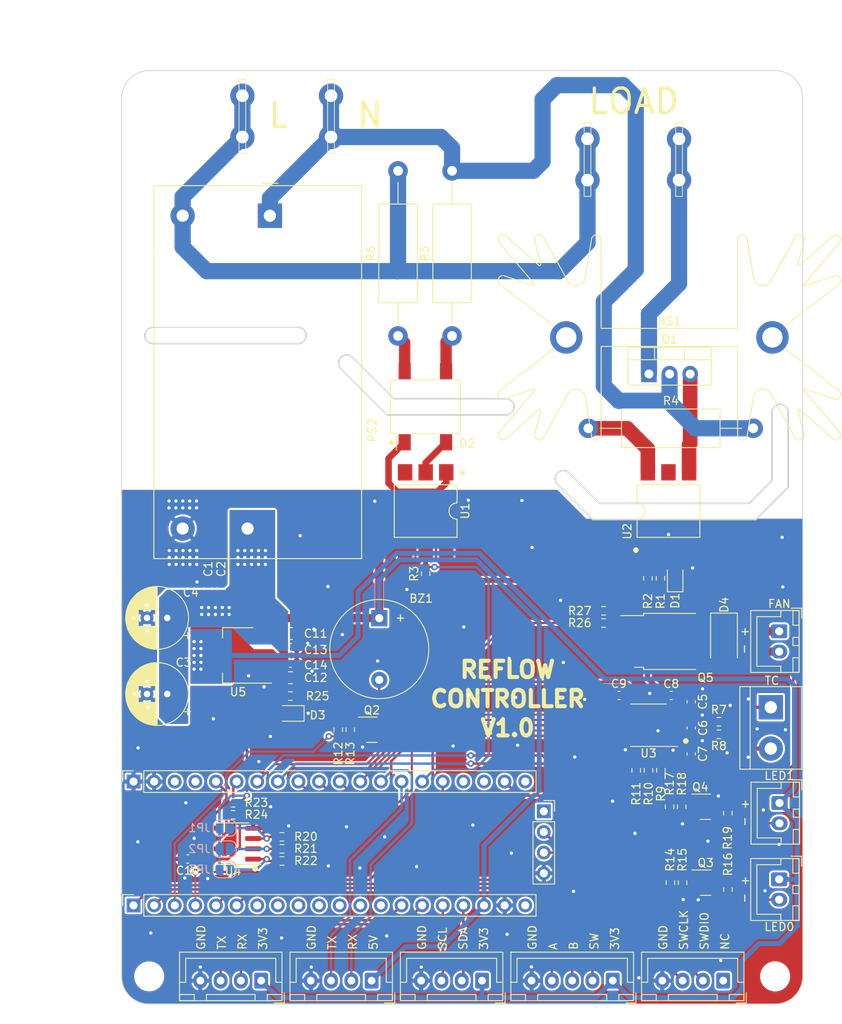
<source format=kicad_pcb>
(kicad_pcb (version 20221018) (generator pcbnew)
  (layers (0 "F.Cu" signal) (31 "B.Cu" signal) (34 "B.Paste" user) (35 "F.Paste" user) (36 "B.SilkS" user "B.Silkscreen") (37 "F.SilkS" user "F.Silkscreen") (38 "B.Mask" user) (39 "F.Mask" user) (44 "Edge.Cuts" user))
  (net 0 "")
  (net 1 "+5V")
  (net 2 "Net-(BZ1-+)")
  (net 3 "GND")
  (net 4 "Net-(U3-T+)")
  (net 5 "Net-(U3-T-)")
  (net 6 "+3V3")
  (net 7 "Net-(D1-A)")
  (net 8 "Net-(D2-+)")
  (net 9 "Net-(D2--)")
  (net 10 "Net-(D2-Pad3)")
  (net 11 "Net-(D2-Pad4)")
  (net 12 "Net-(J1-Pin_1)")
  (net 13 "Net-(J3-Pin_1)")
  (net 14 "Net-(J4-Pin_1)")
  (net 15 "Net-(J5-Pin_1)")
  (net 16 "Net-(J5-Pin_2)")
  (net 17 "/B12")
  (net 18 "/B13")
  (net 19 "/B14")
  (net 20 "/B15")
  (net 21 "/A10")
  (net 22 "/A11")
  (net 23 "/A12")
  (net 24 "/A15")
  (net 25 "/B3")
  (net 26 "/B4")
  (net 27 "/B5")
  (net 28 "/B6")
  (net 29 "/B7")
  (net 30 "/B8")
  (net 31 "/B9")
  (net 34 "/RST")
  (net 35 "/B11")
  (net 36 "/B10")
  (net 37 "/B1")
  (net 38 "/B0")
  (net 39 "/A7")
  (net 40 "/A6")
  (net 41 "/A5")
  (net 42 "/A4")
  (net 43 "/A3")
  (net 44 "/A2")
  (net 45 "/A1")
  (net 46 "/A0")
  (net 47 "/C15")
  (net 48 "/C14")
  (net 49 "/C13")
  (net 50 "/VBAT")
  (net 52 "/DIO")
  (net 53 "/CLK")
  (net 54 "/A")
  (net 55 "Net-(J12-Pin_2)")
  (net 56 "Net-(J13-Pin_2)")
  (net 58 "Net-(Q1-G)")
  (net 59 "Net-(Q2-B)")
  (net 60 "Net-(Q3-B)")
  (net 61 "Net-(Q3-C)")
  (net 62 "Net-(Q4-B)")
  (net 63 "Net-(Q4-C)")
  (net 64 "Net-(R2-Pad2)")
  (net 65 "Net-(R4-Pad1)")
  (net 71 "Net-(JP1-A)")
  (net 72 "Net-(JP2-A)")
  (net 73 "Net-(JP3-A)")
  (net 74 "/A8")
  (net 75 "Net-(D3-A)")
  (net 76 "Net-(D4-A)")
  (net 77 "Net-(Q5-B)")
  (footprint "Resistor_SMD:R_0603_1608Metric" (layer "F.Cu") (at 159.29135 97.106 90)
    (fp_text reference "R2")
    (fp_text value "470R")
  )
  (footprint "Diode_SMD:D_SMA" (layer "F.Cu") (at 168.66395 104.9063 -90)
    (fp_text reference "D4")
    (fp_text value "1N4007")
  )
  (footprint "Diode_SMD:Diode_Bridge_Vishay_DFS" (layer "F.Cu") (at 131.87475 75.9998 90)
    (fp_text reference "D2")
    (fp_text value "ABS2")
  )
  (footprint "Connector_PinSocket_2.54mm:PinSocket_1x20_P2.54mm_Vertical" (layer "F.Cu") (at 95.91835 137.365 90)
    (fp_text reference "J6" hide)
    (fp_text value "Conn_01x20")
  )
  (footprint "MountingHole:MountingHole_3.2mm_M3" (layer "F.Cu") (at 174.96315 146.1026)
    (fp_text reference "H4" hide)
    (fp_text value "MountingHole")
  )
  (footprint "Resistor_SMD:R_0603_1608Metric" (layer "F.Cu") (at 161.95835 125.2238 90)
    (fp_text reference "R17")
    (fp_text value "1K")
  )
  (footprint "Capacitor_SMD:C_0805_2012Metric" (layer "F.Cu") (at 115.24735 103.9132)
    (fp_text reference "C11")
    (fp_text value "10u")
  )
  (footprint "Connector_JST:JST_XH_B2B-XH-A_1x02_P2.50mm_Vertical" (layer "F.Cu") (at 175.46275 103.6338 -90)
    (fp_text reference "J16" hide)
    (fp_text value "FAN")
  )
  (footprint "Resistor_SMD:R_0603_1608Metric" (layer "F.Cu") (at 131.91015 96.5472 90)
    (fp_text reference "R3")
    (fp_text value "10K")
  )
  (footprint "Resistor_SMD:R_0603_1608Metric" (layer "F.Cu") (at 168.02895 116.3112 180)
    (fp_text reference "R8")
    (fp_text value "100R")
  )
  (footprint "Resistor_SMD:R_0603_1608Metric" (layer "F.Cu") (at 153.83855 102.6124)
    (fp_text reference "R26")
    (fp_text value "1K")
  )
  (footprint "Resistor_SMD:R_0603_1608Metric" (layer "F.Cu") (at 163.56085 134.571 90)
    (fp_text reference "R15")
    (fp_text value "10K")
  )
  (footprint "Package_TO_SOT_THT:TO-220-3_Vertical" (layer "F.Cu") (at 159.41835 71.9702)
    (fp_text reference "Q1")
    (fp_text value "BTA16-800BW")
  )
  (footprint "Resistor_SMD:R_0603_1608Metric" (layer "F.Cu") (at 163.45695 125.2238 90)
    (fp_text reference "R18")
    (fp_text value "10K")
  )
  (footprint "Package_TO_SOT_SMD:SOT-23" (layer "F.Cu") (at 125.28305 115.7496)
    (fp_text reference "Q2")
    (fp_text value "MMBT3904")
  )
  (footprint "Resistor_SMD:R_0603_1608Metric" (layer "F.Cu") (at 122.61605 115.7496 90)
    (fp_text reference "R13")
    (fp_text value "10K")
  )
  (footprint "Package_DIP:SMDIP-6_W9.53mm" (layer "F.Cu") (at 131.91015 88.8358 -90)
    (fp_text reference "U1")
    (fp_text value "4N25")
  )
  (footprint "Package_TO_SOT_SMD:TO-252-2" (layer "F.Cu") (at 162.06995 104.8784)
    (fp_text reference "Q5")
    (fp_text value "MJD122T4")
  )
  (footprint "MountingHole:MountingHole_3.2mm_M3" (layer "F.Cu") (at 97.84875 146.1026)
    (fp_text reference "H3" hide)
    (fp_text value "MountingHole")
  )
  (footprint "TerminalBlock:TerminalBlock_bornier-2_P5.08mm" (layer "F.Cu") (at 174.42975 112.9838 -90)
    (fp_text reference "J5" hide)
    (fp_text value "J_TC")
  )
  (footprint "Resistor_SMD:R_0603_1608Metric" (layer "F.Cu") (at 159.36755 120.7308 90)
    (fp_text reference "R10")
    (fp_text value "10K")
  )
  (footprint "Capacitor_SMD:C_0603_1608Metric" (layer "F.Cu") (at 106.71335 98.3884 90)
    (fp_text reference "C2")
    (fp_text value "100n")
  )
  (footprint "Plugin_terminal:blade_terminal" (layer "F.Cu") (at 109.32955 42.8008 90)
    (fp_text reference "J2" hide)
    (fp_text value "AC_N")
  )
  (footprint "Resistor_SMD:R_0603_1608Metric" (layer "F.Cu") (at 114.20635 131.904 180)
    (fp_text reference "R22")
    (fp_text value "10K")
  )
  (footprint "Capacitor_SMD:C_0603_1608Metric" (layer "F.Cu") (at 164.62535 112.3169 90)
    (fp_text reference "C5")
    (fp_text value "100n")
  )
  (footprint "Plugin_terminal:blade_terminal" (layer "F.Cu") (at 163.12675 48.1094 90)
    (fp_text reference "J4" hide)
    (fp_text value "LOAD")
  )
  (footprint "Resistor_SMD:R_0603_1608Metric" (layer "F.Cu") (at 108.18655 126.2144)
    (fp_text reference "R24")
    (fp_text value "2K2")
  )
  (footprint "Resistor_SMD:R_0603_1608Metric" (layer "F.Cu") (at 157.84355 120.7308 90)
    (fp_text reference "R11")
    (fp_text value "10K")
  )
  (footprint "Connector_JST:JST_XH_B4B-XH-A_1x04_P2.50mm_Vertical" (layer "F.Cu") (at 168.56555 146.6276 180)
    (fp_text reference "J15" hide)
    (fp_text value "STLINK")
  )
  (footprint "Resistor_SMD:R_0603_1608Metric" (layer "F.Cu") (at 169.13815 126.0166 -90)
    (fp_text reference "R19")
    (fp_text value "1K")
  )
  (footprint "Connector_JST:JST_XH_B2B-XH-A_1x02_P2.50mm_Vertical" (layer "F.Cu") (at 175.46275 134.1592 -90)
    (fp_text reference "J12" hide)
    (fp_text value "LED_OUT")
  )
  (footprint "Connector_JST:JST_XH_B5B-XH-A_1x05_P2.50mm_Vertical" (layer "F.Cu") (at 154.961186 146.6276 180)
    (fp_text reference "J9" hide)
    (fp_text value "ENC")
  )
  (footprint "Capacitor_THT:CP_Radial_D7.5mm_P2.50mm" (layer "F.Cu") (at 100.076945 111.3554 180)
    (fp_text reference "C3")
    (fp_text value "100u")
  )
  (footprint "Capacitor_SMD:C_0603_1608Metric" (layer "F.Cu") (at 115.24735 105.6658)
    (fp_text reference "C13")
    (fp_text value "100n")
  )
  (footprint "Capacitor_SMD:C_0603_1608Metric" (layer "F.Cu") (at 155.73535 111.536 180)
    (fp_text reference "C9")
    (fp_text value "100n")
  )
  (footprint "Converter_ACDC:Converter_ACDC_MeanWell_IRM-10-xx_THT" (layer "F.Cu") (at 112.71995 52.4884 -90)
    (fp_text reference "PS2")
    (fp_text value "IRM-10-5")
  )
  (footprint "MountingHole:MountingHole_3.2mm_M3" (layer "F.Cu") (at 97.84875 38.0256)
    (fp_text reference "H2" hide)
    (fp_text value "MountingHole")
  )
  (footprint "Package_TO_SOT_SMD:SOT-23" (layer "F.Cu") (at 166.37795 125.2238)
    (fp_text reference "Q4")
    (fp_text value "MMBT3904")
  )
  (footprint "Package_TO_SOT_SMD:SOT-223-3_TabPin2" (layer "F.Cu") (at 108.79575 106.6056 180)
    (fp_text reference "U5")
    (fp_text value "AMS1117-3.3")
  )
  (footprint "Capacitor_SMD:C_0603_1608Metric" (layer "F.Cu") (at 164.62535 118.7307 -90)
    (fp_text reference "C7")
    (fp_text value "100n")
  )
  (footprint "Resistor_SMD:R_0603_1608Metric" (layer "F.Cu") (at 115.24735 111.6094 180)
    (fp_text reference "R25")
    (fp_text value "1K")
  )
  (footprint "Package_SO:SOIC-8_3.9x4.9mm_P1.27mm" (layer "F.Cu") (at 108.17235 129.77 180)
    (fp_text reference "U4")
    (fp_text value "CAT24C128")
  )
  (footprint "Connector_JST:JST_XH_B2B-XH-A_1x02_P2.50mm_Vertical" (layer "F.Cu") (at 175.50515 124.7666 -90)
    (fp_text reference "J13" hide)
    (fp_text value "LED_OUT")
  )
  (footprint "Resistor_SMD:R_0603_1608Metric" (layer "F.Cu") (at 114.20635 128.9322 180)
    (fp_text reference "R20")
    (fp_text value "10K")
  )
  (footprint "Buzzer_Beeper:Buzzer_12x9.5RM7.6" (layer "F.Cu") (at 126.19515 102.0182 -90)
    (fp_text reference "BZ1")
    (fp_text value "Buzzer")
  )
  (footprint "Package_TO_SOT_SMD:SOT-23" (layer "F.Cu") (at 166.40335 134.571)
    (fp_text reference "Q3")
    (fp_text value "MMBT3904")
  )
  (footprint "Plugin_terminal:blade_terminal" (layer "F.Cu") (at 120.25155 42.8008 90)
    (fp_text reference "J3" hide)
    (fp_text value "AC_L")
  )
  (footprint "LED_SMD:LED_0805_2012Metric" (layer "F.Cu") (at 162.64415 97.086 90)
    (fp_text reference "D1")
    (fp_text value "LED")
  )
  (footprint "Resistor_THT:R_Axial_DIN0414_L11.9mm_D4.5mm_P20.32mm_Horizontal" (layer "F.Cu") (at 128.50655 67.2864 90)
    (fp_text reference "R6")
    (fp_text value "33K")
  )
  (footprint "Package_DIP:SMDIP-6_W9.53mm" (layer "F.Cu") (at 161.82115 88.8358 90)
    (fp_text reference "U2")
    (fp_text value "MOC3021M")
  )
  (footprint "Resistor_THT:R_Axial_DIN0414_L11.9mm_D4.5mm_P20.32mm_Horizontal" (layer "F.Cu") (at 135.16135 67.2864 90)
    (fp_text reference "R5")
    (fp_text value "33K")
  )
  (footprint "Resistor_SMD:R_0603_1608Metric" (layer "F.Cu") (at 108.18655 124.7412)
    (fp_text reference "R23")
    (fp_text value "2K2")
  )
  (footprint "Resistor_SMD:R_0603_1608Metric" (layer "F.Cu") (at 168.02895 114.7618 180)
    (fp_text reference "R7")
    (fp_text value "100R")
  )
  (footprint "Capacitor_SMD:C_0603_1608Metric" (layer "F.Cu") (at 115.24735 107.5454)
    (fp_text reference "C14")
    (fp_text value "100n")
  )
  (footprint "Capacitor_SMD:C_0805_2012Metric" (layer "F.Cu") (at 115.24735 109.3488)
    (fp_text reference "C12")
    (fp_text value "22u")
  )
  (footprint "Resistor_SMD:R_0603_1608Metric" (layer "F.Cu") (at 121.14285 115.7496 90)
    (fp_text reference "R12")
    (fp_text value "1K")
  )
  (footprint "Resistor_SMD:R_0603_1608Metric" (layer "F.Cu") (at 169.14655 135.4092 -90)
    (fp_text reference "R16")
    (fp_text value "1K")
  )
  (footprint "Resistor_SMD:R_0603_1608Metric" (layer "F.Cu") (at 114.20635 130.4054 180)
    (fp_text reference "R21")
    (fp_text value "10K")
  )
  (footprint "Resistor_SMD:R_0603_1608Metric" (layer "F.Cu") (at 160.89155 120.7308 90)
    (fp_text reference "R9")
    (fp_text value "10K")
  )
  (footprint "Capacitor_SMD:C_0603_1608Metric" (layer "F.Cu") (at 102.59855 131.65 180)
    (fp_text reference "C10")
    (fp_text value "100n")
  )
  (footprint "Resistor_THT:R_Axial_DIN0414_L11.9mm_D4.5mm_P20.32mm_Horizontal" (layer "F.Cu") (at 151.95075 78.6504)
    (fp_text reference "R4")
    (fp_text value "1K")
  )
  (footprint "Connector_JST:JST_XH_B4B-XH-A_1x04_P2.50mm_Vertical" (layer "F.Cu") (at 125.252462 146.6276 180)
    (fp_text reference "J14" hide)
    (fp_text value "SERIAL")
  )
  (footprint "LED_SMD:LED_0805_2012Metric" (layer "F.Cu") (at 115.24735 113.743 180)
    (fp_text reference "D3")
    (fp_text value "RED")
  )
  (footprint "Connector_PinSocket_2.54mm:PinSocket_1x04_P2.54mm_Vertical" (layer "F.Cu") (at 146.46395 125.79)
    (fp_text reference "J8" hide)
    (fp_text value "Conn_01x04")
  )
  (footprint "Connector_JST:JST_XH_B4B-XH-A_1x04_P2.50mm_Vertical" (layer "F.Cu") (at 138.856824 146.6276 180)
    (fp_text reference "J10" hide)
    (fp_text value "I2C")
  )
  (footprint "Connector_JST:JST_XH_B4B-XH-A_1x04_P2.50mm_Vertical" (layer "F.Cu") (at 111.6481 146.6276 180)
    (fp_text reference "J11" hide)
    (fp_text value "SERIAL")
  )
  (footprint "Resistor_SMD:R_0603_1608Metric" (layer "F.Cu") (at 153.83855 101.1138)
    (fp_text reference "R27")
    (fp_text value "10K")
  )
  (footprint "Package_SO:TSSOP-14_4.4x5mm_P0.65mm" (layer "F.Cu") (at 159.36755 115.1936 180)
    (fp_text reference "U3")
    (fp_text value "MAX31856")
  )
  (footprint "Capacitor_SMD:C_0603_1608Metric" (layer "F.Cu") (at 105.11315 98.3884 90)
    (fp_text reference "C1")
    (fp_text value "100n")
  )
  (footprint "Capacitor_SMD:C_0603_1608Metric" (layer "F.Cu") (at 162.16155 111.536)
    (fp_text reference "C8")
    (fp_text value "100n")
  )
  (footprint "MountingHole:MountingHole_3.2mm_M3" (layer "F.Cu") (at 174.96315 38.0256)
    (fp_text reference "H1" hide)
    (fp_text value "MountingHole")
  )
  (footprint "Plugin_terminal:blade_terminal" (layer "F.Cu") (at 151.84915 48.1094 90)
    (fp_text reference "J1" hide)
    (fp_text value "LOAD")
  )
  (footprint "Connector_PinSocket_2.54mm:PinSocket_1x20_P2.54mm_Vertical" (layer "F.Cu") (at 95.91835 122.125 90)
    (fp_text reference "J7" hide)
    (fp_text value "Conn_01x20")
  )
  (footprint "Capacitor_THT:CP_Radial_D7.5mm_P2.50mm" (layer "F.Cu") (at 100.076945 101.9828 180)
    (fp_text reference "C4")
    (fp_text value "100u")
  )
  (footprint "Resistor_SMD:R_0603_1608Metric" (layer "F.Cu") (at 162.06225 134.571 90)
    (fp_text reference "R14")
    (fp_text value "1K")
  )
  (footprint "Capacitor_SMD:C_0603_1608Metric" (layer "F.Cu") (at 164.62535 115.5238 -90)
    (fp_text reference "C6")
    (fp_text value "10n")
  )
  (footprint "Resistor_SMD:R_0603_1608Metric" (layer "F.Cu") (at 160.84075 97.106 90)
    (fp_text reference "R1")
    (fp_text value "330R")
  )
  (footprint "Heatsink:Heatsink_Fischer_SK129-STS_42x25mm_2xDrill2.5mm" (layer "F.Cu") (at 161.93295 67.4642)
    (fp_text reference "HS1")
    (fp_text value "Heatsink")
  )
  (footprint "Jumper:SolderJumper-2_P1.3mm_Open_RoundedPad1.0x1.5mm" (layer "B.Cu") (at 107.15555 127.8482 180)
    (fp_text reference "JP1")
    (fp_text value "JMP")
  )
  (footprint "Jumper:SolderJumper-2_P1.3mm_Open_RoundedPad1.0x1.5mm" (layer "B.Cu") (at 107.15555 132.9536 180)
    (fp_text reference "JP3")
    (fp_text value "JMP")
  )
  (footprint "Jumper:SolderJumper-2_P1.3mm_Open_RoundedPad1.0x1.5mm" (layer "B.Cu") (at 107.15555 130.4308 180)
    (fp_text reference "JP2")
    (fp_text value "JMP")
  )
  (gr_line (start 148.159882 85.552346) (end 152.493336 89.8858) (stroke (width 0.2)) (layer "Edge.Cuts"))
  (gr_line (start 178.36315 38.0256) (end 178.36315 146.1026) (stroke (width 0.1)) (layer "Edge.Cuts"))
  (gr_line (start 97.84875 34.6256) (end 174.96315 34.6256) (stroke (width 0.1)) (layer "Edge.Cuts"))
  (gr_line (start 127.980309 75.008) (end 141.801881 75.008) (stroke (width 0.2)) (layer "Edge.Cuts"))
  (gr_arc (start 97.84875 149.5026) (mid 95.444587 148.506763) (end 94.44875 146.1026) (stroke (width 0.1)) (layer "Edge.Cuts"))
  (gr_line (start 116.184655 68.227119) (end 98.318869 68.227119) (stroke (width 0.2)) (layer "Edge.Cuts"))
  (gr_line (start 97.84875 149.5026) (end 174.96315 149.5026) (stroke (width 0.1)) (layer "Edge.Cuts"))
  (gr_line (start 171.763336 87.8858) (end 153.321763 87.8858) (stroke (width 0.2)) (layer "Edge.Cuts"))
  (gr_arc (start 148.159882 85.552346) (mid 148.159882 84.138132) (end 149.574095 84.138132) (stroke (width 0.2)) (layer "Edge.Cuts"))
  (gr_arc (start 178.36315 146.1026) (mid 177.367313 148.506763) (end 174.96315 149.5026) (stroke (width 0.1)) (layer "Edge.Cuts"))
  (gr_line (start 172.591763 89.8858) (end 152.493336 89.8858) (stroke (width 0.2)) (layer "Edge.Cuts"))
  (gr_line (start 174.571662 85.077473) (end 171.763336 87.8858) (stroke (width 0.2)) (layer "Edge.Cuts"))
  (gr_line (start 153.321763 87.8858) (end 149.574097 84.138134) (stroke (width 0.2)) (layer "Edge.Cuts"))
  (gr_arc (start 94.44875 38.0256) (mid 95.444587 35.621437) (end 97.84875 34.6256) (stroke (width 0.1)) (layer "Edge.Cuts"))
  (gr_line (start 98.318869 66.227119) (end 116.184655 66.227119) (stroke (width 0.1)) (layer "Edge.Cuts"))
  (gr_arc (start 98.318869 68.227119) (mid 97.318831 67.2271) (end 98.318869 66.227119) (stroke (width 0.2)) (layer "Edge.Cuts"))
  (gr_line (start 174.571662 85.077473) (end 174.571662 76.691687) (stroke (width 0.2)) (layer "Edge.Cuts"))
  (gr_line (start 141.801881 77.008) (end 127.151881 77.008) (stroke (width 0.2)) (layer "Edge.Cuts"))
  (gr_line (start 94.44875 38.0256) (end 94.44875 146.1026) (stroke (width 0.1)) (layer "Edge.Cuts"))
  (gr_line (start 176.571662 85.905901) (end 172.591763 89.8858) (stroke (width 0.2)) (layer "Edge.Cuts"))
  (gr_arc (start 121.474926 71.331045) (mid 121.474926 69.916831) (end 122.88914 69.916831) (stroke (width 0.2)) (layer "Edge.Cuts"))
  (gr_arc (start 174.571662 76.691687) (mid 175.571662 75.691687) (end 176.571662 76.691687) (stroke (width 0.2)) (layer "Edge.Cuts"))
  (gr_arc (start 141.801881 75.008) (mid 142.80195 76.008) (end 141.801881 77.008) (stroke (width 0.2)) (layer "Edge.Cuts"))
  (gr_line (start 127.151881 77.008) (end 121.474926 71.331045) (stroke (width 0.2)) (layer "Edge.Cuts"))
  (gr_line (start 127.980309 75.008) (end 122.88914 69.916831) (stroke (width 0.2)) (layer "Edge.Cuts"))
  (gr_arc (start 174.96315 34.6256) (mid 177.367313 35.621437) (end 178.36315 38.0256) (stroke (width 0.1)) (layer "Edge.Cuts"))
  (gr_arc (start 116.184655 66.227119) (mid 117.184631 67.2271) (end 116.184655 68.227119) (stroke (width 0.2)) (layer "Edge.Cuts"))
  (gr_line (start 176.571662 85.905901) (end 176.571662 76.691687) (stroke (width 0.2)) (layer "Edge.Cuts"))
  (gr_text "LED0" (at 173.541917 140.5908) (layer "F.SilkS") (effects (font (size 1 1)) (justify left bottom)))
  (gr_text "B" (at 150.728686 142.9276 90) (layer "F.SilkS") (effects (font (size 1 1)) (justify left bottom)))
  (gr_text "SCL" (at 134.584324 142.9276 90) (layer "F.SilkS") (effects (font (size 1 1)) (justify left bottom)))
  (gr_text "." (at 126.88095 80.7992) (layer "F.SilkS") (effects (font (size 2 2) (thickness 0.5) bold) (justify left bottom)))
  (gr_text "SW" (at 153.268686 142.9276 90) (layer "F.SilkS") (effects (font (size 1 1)) (justify left bottom)))
  (gr_text "3V3" (at 112.4556 142.9276 90) (layer "F.SilkS") (effects (font (size 1 1)) (justify left bottom)))
  (gr_text "TX" (at 120.979962 142.9276 90) (layer "F.SilkS") (effects (font (size 1 1)) (justify left bottom)))
  (gr_text "N" (at 123.22335 41.861) (layer "F.SilkS") (effects (font (size 3 3) (thickness 0.4)) (justify left bottom)))
  (gr_text "TC" (at 173.59155 110.2886) (layer "F.SilkS") (effects (font (size 1 1)) (justify left bottom)))
  (gr_text "A" (at 148.188686 142.9276 90) (layer "F.SilkS") (effects (font (size 1 1)) (justify left bottom)))
  (gr_text "." (at 135.64395 84.5076) (layer "F.SilkS") (effects (font (size 2 2) (thickness 0.5) bold) (justify left bottom)))
  (gr_text "LOAD" (at 151.716522 40.1592) (layer "F.SilkS") (effects (font (size 3 3) (thickness 0.4)) (justify left bottom)))
  (gr_text "GND" (at 104.8356 142.9276 90) (layer "F.SilkS") (effects (font (size 1 1)) (justify left bottom)))
  (gr_text "SDA" (at 137.124324 142.9276 90) (layer "F.SilkS") (effects (font (size 1 1)) (justify left bottom)))
  (gr_text "." (at 110.09155 133.2248) (layer "F.SilkS") (effects (font (size 2 2) (thickness 0.5) bold) (justify left bottom)))
  (gr_text "3V3" (at 155.808686 142.9276 90) (layer "F.SilkS") (effects (font (size 1 1)) (justify left bottom)))
  (gr_text "SWDIO" (at 166.83305 142.9276 90) (layer "F.SilkS") (effects (font (size 1 1)) (justify left bottom)))
  (gr_text "SWCLK" (at 164.29305 142.9276 90) (layer "F.SilkS") (effects (font (size 1 1)) (justify left bottom)))
  (gr_text "L" (at 112.30135 41.861) (layer "F.SilkS") (effects (font (size 3 3) (thickness 0.4)) (justify left bottom)))
  (gr_text "5V" (at 126.059962 142.9276 90) (layer "F.SilkS") (effects (font (size 1 1)) (justify left bottom)))
  (gr_text "GND" (at 161.75305 142.9276 90) (layer "F.SilkS") (effects (font (size 1 1)) (justify left bottom)))
  (gr_text "GND" (at 132.044324 142.9276 90) (layer "F.SilkS") (effects (font (size 1 1)) (justify left bottom)))
  (gr_text "+" (at 170.54355 104.1926) (layer "F.SilkS") (effects (font (size 1 1)) (justify left bottom)))
  (gr_text "TX" (at 107.3756 142.9276 90) (layer "F.SilkS") (effects (font (size 1 1)) (justify left bottom)))
  (gr_text "." (at 163.15215 117.5022) (layer "F.SilkS") (effects (font (size 2 2) (thickness 0.5) bold) (justify left bottom)))
  (gr_text "+" (at 170.59435 125.4233) (layer "F.SilkS") (effects (font (size 1 1)) (justify left bottom)))
  (gr_text "-" (at 171.73735 137.1872 90) (layer "F.SilkS") (effects (font (size 1 1)) (justify left bottom)))
  (gr_text "GND" (at 145.648686 142.9276 90) (layer "F.SilkS") (effects (font (size 1 1)) (justify left bottom)))
  (gr_text "-" (at 171.71195 106.5331 90) (layer "F.SilkS") (effects (font (size 1 1)) (justify left bottom)))
  (gr_text "RX" (at 109.9156 142.9276 90) (layer "F.SilkS") (effects (font (size 1 1)) (justify left bottom)))
  (gr_text "3V3" (at 139.664324 142.9276 90) (layer "F.SilkS") (effects (font (size 1 1)) (justify left bottom)))
  (gr_text "RX" (at 123.519962 142.9276 90) (layer "F.SilkS") (effects (font (size 1 1)) (justify left bottom)))
  (gr_text "NC" (at 169.37305 142.9276 90) (layer "F.SilkS") (effects (font (size 1 1)) (justify left bottom)))
  (gr_text "REFLOW" (at 135.91414 109.5266) (layer "F.SilkS") (effects (font (size 2 2) (thickness 0.5) bold) (justify left bottom)))
  (gr_text "-" (at 171.76275 127.7638 90) (layer "F.SilkS") (effects (font (size 1 1)) (justify left bottom)))
  (gr_text "GND" (at 118.439962 142.9276 90) (layer "F.SilkS") (effects (font (size 1 1)) (justify left bottom)))
  (gr_text "." (at 157.00535 94.0072) (layer "F.SilkS") (effects (font (size 2 2) (thickness 0.5) bold) (justify left bottom)))
  (gr_text "+" (at 170.59435 134.8467) (layer "F.SilkS") (effects (font (size 1 1)) (justify left bottom)))
  (gr_text "V1.0" (at 138.43795 116.7148) (layer "F.SilkS") (effects (font (size 2 2) (thickness 0.5) bold) (justify left bottom)))
  (gr_text "LED1" (at 173.541917 121.998) (layer "F.SilkS") (effects (font (size 1 1)) (justify left bottom)))
  (gr_text "CONTROLLER" (at 132.247473 113.1207) (layer "F.SilkS") (effects (font (size 2 2) (thickness 0.5) bold) (justify left bottom)))
  (gr_text "FAN" (at 173.994298 100.8398) (layer "F.SilkS") (effects (font (size 1 1)) (justify left bottom)))
  (segment (start 169.39145 103.6338) (end 168.66395 102.9063) (width 1) (layer "F.Cu") (net 1))
  (segment (start 126.19515 91.7974) (end 128.22715 89.7654) (width 1) (layer "F.Cu") (net 1))
  (segment (start 109.96995 96.1716) (end 109.96995 90.9884) (width 1) (layer "F.Cu") (net 1))
  (segment (start 126.19515 102.0182) (end 114.23315 102.0182) (width 1) (layer "F.Cu") (net 1))
  (segment (start 159.95175 100.5858) (end 166.34345 100.5858) (width 1) (layer "F.Cu") (net 1))
  (segment (start 149.13135 89.7654) (end 159.95175 100.5858) (width 1) (layer "F.Cu") (net 1))
  (segment (start 128.22715 89.7654) (end 149.13135 89.7654) (width 1) (layer "F.Cu") (net 1))
  (segment (start 114.23315 102.0182) (end 111.94575 104.3056) (width 1) (layer "F.Cu") (net 1))
  (segment (start 126.19515 102.0182) (end 126.19515 91.7974) (width 1) (layer "F.Cu") (net 1))
  (segment (start 175.46275 103.6338) (end 169.39145 103.6338) (width 1) (layer "F.Cu") (net 1))
  (segment (start 166.34345 100.5858) (end 168.66395 102.9063) (width 1) (layer "F.Cu") (net 1))
  (segment (start 111.94575 98.1474) (end 109.96995 96.1716) (width 1) (layer "F.Cu") (net 1))
  (segment (start 111.94575 104.3056) (end 111.94575 98.1474) (width 1) (layer "F.Cu") (net 1))
  (via (at 112.165884 94.549067) (size 0.8) (drill 0.4) (layers "F.Cu" "B.Cu") (net 1))
  (via (at 105.163949 100.7128) (size 0.8) (drill 0.4) (layers "F.Cu" "B.Cu") (net 1))
  (via (at 111.319217 95.395734) (size 0.8) (drill 0.4) (layers "F.Cu" "B.Cu") (net 1))
  (via (at 111.319217 94.549067) (size 0.8) (drill 0.4) (layers "F.Cu" "B.Cu") (net 1))
  (via (at 108.779216 95.395734) (size 0.8) (drill 0.4) (layers "F.Cu" "B.Cu") (net 1))
  (via (at 109.625883 94.549067) (size 0.8) (drill 0.4) (layers "F.Cu" "B.Cu") (net 1))
  (via (at 106.857283 101.559467) (size 0.8) (drill 0.4) (layers "F.Cu" "B.Cu") (net 1))
  (via (at 112.165884 95.395734) (size 0.8) (drill 0.4) (layers "F.Cu" "B.Cu") (net 1))
  (via (at 107.70395 100.7128) (size 0.8) (drill 0.4) (layers "F.Cu" "B.Cu") (net 1))
  (via (at 110.47255 95.395734) (size 0.8) (drill 0.4) (layers "F.Cu" "B.Cu") (net 1))
  (via (at 106.857283 100.7128) (size 0.8) (drill 0.4) (layers "F.Cu" "B.Cu") (net 1))
  (via (at 104.317282 100.7128) (size 0.8) (drill 0.4) (layers "F.Cu" "B.Cu") (net 1))
  (via (at 106.010616 101.559467) (size 0.8) (drill 0.4) (layers "F.Cu" "B.Cu") (net 1))
  (via (at 109.625883 93.7024) (size 0.8) (drill 0.4) (layers "F.Cu" "B.Cu") (net 1))
  (via (at 108.779216 94.549067) (size 0.8) (drill 0.4) (layers "F.Cu" "B.Cu") (net 1))
  (via (at 106.010616 100.7128) (size 0.8) (drill 0.4) (layers "F.Cu" "B.Cu") (net 1))
  (via (at 111.319217 93.7024) (size 0.8) (drill 0.4) (layers "F.Cu" "B.Cu") (net 1))
  (via (at 110.47255 94.549067) (size 0.8) (drill 0.4) (layers "F.Cu" "B.Cu") (net 1))
  (via (at 112.165884 93.7024) (size 0.8) (drill 0.4) (layers "F.Cu" "B.Cu") (net 1))
  (via (at 107.70395 101.559467) (size 0.8) (drill 0.4) (layers "F.Cu" "B.Cu") (net 1))
  (via (at 108.779216 93.7024) (size 0.8) (drill 0.4) (layers "F.Cu" "B.Cu") (net 1))
  (via (at 105.163949 101.559467) (size 0.8) (drill 0.4) (layers "F.Cu" "B.Cu") (net 1))
  (via (at 104.317282 101.559467) (size 0.8) (drill 0.4) (layers "F.Cu" "B.Cu") (net 1))
  (via (at 110.47255 93.7024) (size 0.8) (drill 0.4) (layers "F.Cu" "B.Cu") (net 1))
  (via (at 109.625883 95.395734) (size 0.8) (drill 0.4) (layers "F.Cu" "B.Cu") (net 1))
  (segment (start 129.435062 142.445) (end 134.01835 142.445) (width 0.6) (layer "B.Cu") (net 1))
  (segment (start 134.01835 142.445) (end 139.09835 137.365) (width 0.6) (layer "B.Cu") (net 1))
  (segment (start 125.252462 146.6276) (end 129.435062 142.445) (width 0.6) (layer "B.Cu") (net 1))
  (segment (start 139.09835 129.999) (end 139.09835 137.365) (width 0.6) (layer "B.Cu") (net 1))
  (segment (start 145.90555 123.1918) (end 139.09835 129.999) (width 0.6) (layer "B.Cu") (net 1))
  (segment (start 145.90555 102.562162) (end 145.90555 123.1918) (width 0.6) (layer "B.Cu") (net 1))
  (segment (start 126.19515 102.0182) (end 126.19515 97.2838) (width 0.6) (layer "B.Cu") (net 1))
  (segment (start 138.177788 94.8344) (end 145.90555 102.562162) (width 0.6) (layer "B.Cu") (net 1))
  (segment (start 126.19515 97.2838) (end 128.64455 94.8344) (width 0.6) (layer "B.Cu") (net 1))
  (segment (start 128.64455 94.8344) (end 138.177788 94.8344) (width 0.6) (layer "B.Cu") (net 1))
  (segment (start 126.19515 115.7242) (end 126.19515 109.6182) (width 0.3) (layer "F.Cu") (net 2))
  (segment (start 126.22055 115.7496) (end 126.19515 115.7242) (width 0.3) (layer "F.Cu") (net 2))
  (via (at 144.94035 144.9342) (size 0.8) (drill 0.4) (layers "F.Cu" "B.Cu") (net 3))
  (via (at 118.14335 103.3544) (size 0.8) (drill 0.4) (layers "F.Cu" "B.Cu") (net 3))
  (via (at 102.861017 95.395734) (size 0.8) (drill 0.4) (layers "F.Cu" "B.Cu") (net 3))
  (via (at 103.682284 87.597933) (size 0.8) (drill 0.4) (layers "F.Cu" "B.Cu") (net 3))
  (via (at 100.295616 87.597933) (size 0.8) (drill 0.4) (layers "F.Cu" "B.Cu") (net 3))
  (via (at 173.51535 125.6302) (size 0.8) (drill 0.4) (layers "F.Cu" "B.Cu") (net 3))
  (via (at 172.75335 115.648) (size 0.8) (drill 0.4) (layers "F.Cu" "B.Cu") (net 3))
  (via (at 97.54395 100.408) (size 0.8) (drill 0.4) (layers "F.Cu" "B.Cu") (net 3))
  (via (at 158.17375 146.2804) (size 0.8) (drill 0.4) (layers "F.Cu" "B.Cu") (net 3))
  (via (at 102.36995 124.7412) (size 0.8) (drill 0.4) (layers "F.Cu" "B.Cu") (net 3))
  (via (at 173.71855 135.5616) (size 0.8) (drill 0.4) (layers "F.Cu" "B.Cu") (net 3))
  (via (at 97.69635 113.0064) (size 0.8) (drill 0.4) (layers "F.Cu" "B.Cu") (net 3))
  (via (at 102.01435 95.395734) (size 0.8) (drill 0.4) (layers "F.Cu" "B.Cu") (net 3))
  (via (at 145.01655 93.3214) (size 0.8) (drill 0.4) (layers "F.Cu" "B.Cu") (net 3))
  (via (at 124.13775 117.8832) (size 0.8) (drill 0.4) (layers "F.Cu" "B.Cu") (net 3))
  (via (at 104.14795 144.9596) (size 0.8) (drill 0.4) (layers "F.Cu" "B.Cu") (net 3))
  (via (at 100.321016 93.7024) (size 0.8) (drill 0.4) (layers "F.Cu" "B.Cu") (net 3))
  (via (at 100.321016 95.395734) (size 0.8) (drill 0.4) (layers "F.Cu" "B.Cu") (net 3))
  (via (at 137.16795 87.5048) (size 0.8) (drill 0.4) (layers "F.Cu" "B.Cu") (net 3))
  (via (at 154.92255 124.538) (size 0.8) (drill 0.4) (layers "F.Cu" "B.Cu") (net 3))
  (via (at 151.49355 112.0158) (size 0.8) (drill 0.4) (layers "F.Cu" "B.Cu") (net 3))
  (via (at 150.12195 135.6378) (size 0.8) (drill 0.4) (layers "F.Cu" "B.Cu") (net 3))
  (via (at 103.707684 95.395734) (size 0.8) (drill 0.4) (layers "F.Cu" "B.Cu") (net 3))
  (via (at 166.02235 110.7204) (size 0.8) (drill 0.4) (layers "F.Cu" "B.Cu") (net 3))
  (via (at 97.56935 103.583) (size 0.8) (drill 0.4) (layers "F.Cu" "B.Cu") (net 3))
  (via (at 161.83135 91.7212) (size 0.8) (drill 0.4) (layers "F.Cu" "B.Cu") (net 3))
  (via (at 168.25755 144.1468) (size 0.8) (drill 0.4) (layers "F.Cu" "B.Cu") (net 3))
  (via (at 103.707684 94.549067) (size 0.8) (drill 0.4) (layers "F.Cu" "B.Cu") (net 3))
  (via (at 96.45175 129.5418) (size 0.8) (drill 0.4) (layers "F.Cu" "B.Cu") (net 3))
  (via (at 102.01435 94.549067) (size 0.8) (drill 0.4) (layers "F.Cu" "B.Cu") (net 3))
  (via (at 135.28835 117.7562) (size 0.8) (drill 0.4) (layers "F.Cu" "B.Cu") (net 3))
  (via (at 114.15555 141.3782) (size 0.8) (drill 0.4) (layers "F.Cu" "B.Cu") (net 3))
  (via (at 150.27435 119.1024) (size 0.8) (drill 0.4) (layers "F.Cu" "B.Cu") (net 3))
  (via (at 143.00995 111.7618) (size 0.8) (drill 0.4) (layers "F.Cu" "B.Cu") (net 3))
  (via (at 163.55855 127.332) (size 0.8) (drill 0.4) (layers "F.Cu" "B.Cu") (net 3))
  (via (at 103.74155 97.5632) (size 0.8) (drill 0.4) (layers "F.Cu" "B.Cu") (net 3))
  (via (at 164.80315 95.836) (size 0.8) (drill 0.4) (layers "F.Cu" "B.Cu") (net 3))
  (via (at 163.63475 136.6538) (size 0.8) (drill 0.4) (layers "F.Cu" "B.Cu") (net 3))
  (via (at 117.81315 144.9596) (size 0.8) (drill 0.4) (layers "F.Cu" "B.Cu") (net 3))
  (via (at 142.19715 106.9612) (size 0.8) (drill 0.4) (layers "F.Cu" "B.Cu") (net 3))
  (via (at 105.74815 114.4034) (size 0.8) (drill 0.4) (layers "F.Cu" "B.Cu") (net 3))
  (via (at 102.861017 94.549067) (size 0.8) (drill 0.4) (layers "F.Cu" "B.Cu") (net 3))
  (via (at 117.38135 105.107) (size 0.8) (drill 0.4) (layers "F.Cu" "B.Cu") (net 3))
  (via (at 121.64855 104.0402) (size 0.8) (drill 0.4) (layers "F.Cu" "B.Cu") (net 3))
  (via (at 157.69115 128.5004) (size 0.8) (drill 0.4) (layers "F.Cu" "B.Cu") (net 3))
  (via (at 115.01915 127.586) (size 0.8) (drill 0.4) (layers "F.Cu" "B.Cu") (net 3))
  (via (at 130.79255 132.5898) (size 0.8) (drill 0.4) (layers "F.Cu" "B.Cu") (net 3))
  (via (at 100.321016 94.549067) (size 0.8) (drill 0.4) (layers "F.Cu" "B.Cu") (net 3))
  (via (at 119.87055 98.122) (size 0.8) (drill 0.4) (layers "F.Cu" "B.Cu") (net 3))
  (via (at 167.97815 123.903) (size 0.8) (drill 0.4) (layers "F.Cu" "B.Cu") (net 3))
  (via (at 112.78395 116.5624) (size 0.8) (drill 0.4) (layers "F.Cu" "B.Cu") (net 3))
  (via (at 165.99695 113.949) (size 0.8) (drill 0.4) (layers "F.Cu" "B.Cu") (net 3))
  (via (at 101.167683 93.7024) (size 0.8) (drill 0.4) (layers "F.Cu" "B.Cu") (net 3))
  (via (at 148.87735 107.4692) (size 0.8) (drill 0.4) (layers "F.Cu" "B.Cu") (net 3))
  (via (at 110.09155 109.1202) (size 0.8) (drill 0.4) (layers "F.Cu" "B.Cu") (net 3))
  (via (at 171.63575 119.1278) (size 0.8) (drill 0.4) (layers "F.Cu" "B.Cu") (net 3))
  (via (at 148.52175 99.8238) (size 0.8) (drill 0.4) (layers "F.Cu" "B.Cu") (net 3))
  (via (at 175.44575 129.872) (size 0.8) (drill 0.4) (layers "F.Cu" "B.Cu") (net 3))
  (via (at 142.47655 130.9388) (size 0.8) (drill 0.4) (layers "F.Cu" "B.Cu") (net 3))
  (via (at 137.72675 127.4844) (size 0.8) (drill 0.4) (layers "F.Cu" "B.Cu") (net 3))
  (via (at 122.15655 127.6876) (size 0.8) (drill 0.4) (layers "F.Cu" "B.Cu") (net 3))
  (via (at 125.63635 87.6318) (size 0.8) (drill 0.4) (layers "F.Cu" "B.Cu") (net 3))
  (via (at 100.295616 88.4446) (size 0.8) (drill 0.4) (layers "F.Cu" "B.Cu") (net 3))
  (via (at 103.707684 93.7024) (size 0.8) (drill 0.4) (layers "F.Cu" "B.Cu") (net 3))
  (via (at 137.16795 111.5078) (size 0.8) (drill 0.4) (layers "F.Cu" "B.Cu") (net 3))
  (via (at 103.682284 88.4446) (size 0.8) (drill 0.4) (layers "F.Cu" "B.Cu") (net 3))
  (via (at 131.37675 144.9596) (size 0.8) (drill 0.4) (layers "F.Cu" "B.Cu") (net 3))
  (via (at 117.91475 108.536) (size 0.8) (drill 0.4) (layers "F.Cu" "B.Cu") (net 3))
  (via (at 111.99655 110.4664) (size 0.8) (drill 0.4) (layers "F.Cu" "B.Cu") (net 3))
  (via (at 169.42595 112.7524) (size 0.8) (drill 0.4) (layers "F.Cu" "B.Cu") (net 3))
  (via (at 126.85555 128.9322) (size 0.8) (drill 0.4) (layers "F.Cu" "B.Cu") (net 3))
  (via (at 98.05195 140.7686) (size 0.8) (drill 0.4) (layers "F.Cu" "B.Cu") (net 3))
  (via (at 101.167683 94.549067) (size 0.8) (drill 0.4) (layers "F.Cu" "B.Cu") (net 3))
  (via (at 171.66115 111.965) (size 0.8) (drill 0.4) (layers "F.Cu" "B.Cu") (net 3))
  (via (at 125.99195 107.2914) (size 0.8) (drill 0.4) (layers "F.Cu" "B.Cu") (net 3))
  (via (at 143.77195 87.5302) (size 0.8) (drill 0.4) (layers "F.Cu" "B.Cu") (net 3))
  (via (at 102.861017 93.7024) (size 0.8) (drill 0.4) (layers "F.Cu" "B.Cu") (net 3))
  (via (at 119.92135 132.5136) (size 0.8) (drill 0.4) (layers "F.Cu" "B.Cu") (net 3))
  (via (at 112.80935 125.2238) (size 0.8) (drill 0.4) (layers "F.Cu" "B.Cu") (net 3))
  (via (at 101.142283 88.4446) (size 0.8) (drill 0.4) (layers "F.Cu" "B.Cu") (net 3))
  (via (at 175.82675 92.0768) (size 0.8) (drill 0.4) (layers "F.Cu" "B.Cu") (net 3))
  (via (at 162.39015 118.2642) (size 0.8) (drill 0.4) (layers "F.Cu" "B.Cu") (net 3))
  (via (at 123.80755 132.7676) (size 0.8) (drill 0.4) (layers "F.Cu" "B.Cu") (net 3))
  (via (at 127.10955 141.1242) (size 0.8) (drill 0.4) (layers "F.Cu" "B.Cu") (net 3))
  (via (at 136.60915 103.1004) (size 0.8) (drill 0.4) (layers "F.Cu" "B.Cu") (net 3))
  (via (at 166.68275 129.4656) (size 0.8) (drill 0.4) (layers "F.Cu" "B.Cu") (net 3))
  (via (at 97.62015 109.7806) (size 0.8) (drill 0.4) (layers "F.Cu" "B.Cu") (net 3))
  (via (at 102.835617 88.4446) (size 0.8) (drill 0.4) (layers "F.Cu" "B.Cu") (net 3))
  (via (at 141.94315 140.921) (size 0.8) (drill 0.4) (layers "F.Cu" "B.Cu") (net 3))
  (via (at 159.51995 111.2792) (size 0.8) (drill 0.4) (layers "F.Cu" "B.Cu") (net 3))
  (via (at 105.06235 134.063) (size 0.8) (drill 0.4) (layers "F.Cu" "B.Cu") (net 3))
  (via (at 101.142283 87.597933) (size 0.8) (drill 0.4) (layers "F.Cu" "B.Cu") (net 3))
  (via (at 165.99695 117.0986) (size 0.8) (drill 0.4) (layers "F.Cu" "B.Cu") (net 3))
  (via (at 116.44155 91.8736) (size 0.8) (drill 0.4) (layers "F.Cu" "B.Cu") (net 3))
  (via (at 101.98895 88.4446) (size 0.8) (drill 0.4) (layers "F.Cu" "B.Cu") (net 3))
  (via (at 175.90295 98.1728) (size 0.8) (drill 0.4) (layers "F.Cu" "B.Cu") (net 3))
  (via (at 160.53595 115.8766) (size 0.8) (drill 0.4) (layers "F.Cu" "B.Cu") (net 3))
  (via (at 101.167683 95.395734) (size 0.8) (drill 0.4) (layers "F.Cu" "B.Cu") (net 3))
  (via (at 111.36155 119.6612) (size 0.8) (drill 0.4) (layers "F.Cu" "B.Cu") (net 3))
  (via (at 156.52275 118.2134) (size 0.8) (drill 0.4) (layers "F.Cu" "B.Cu") (net 3))
  (via (at 96.47715 117.9848) (size 0.8) (drill 0.4) (layers "F.Cu" "B.Cu") (net 3))
  (via (at 165.48895 136.6792) (size 0.8) (drill 0.4) (layers "F.Cu" "B.Cu") (net 3))
  (via (at 117.43215 113.7176) (size 0.8) (drill 0.4) (layers "F.Cu" "B.Cu") (net 3))
  (via (at 143.23855 117.6546) (size 0.8) (drill 0.4) (layers "F.Cu" "B.Cu") (net 3))
  (via (at 129.59875 98.4776) (size 0.8) (drill 0.4) (layers "F.Cu" "B.Cu") (net 3))
  (via (at 95.94375 102.0082) (size 0.8) (drill 0.4) (layers "F.Cu" "B.Cu") (net 3))
  (via (at 101.98895 87.597933) (size 0.8) (drill 0.4) (layers "F.Cu" "B.Cu") (net 3))
  (via (at 102.01435 93.7024) (size 0.8) (drill 0.4) (layers "F.Cu" "B.Cu") (net 3))
  (via (at 95.99455 111.33) (size 0.8) (drill 0.4) (layers "F.Cu" "B.Cu") (net 3))
  (via (at 102.835617 87.597933) (size 0.8) (drill 0.4) (layers "F.Cu" "B.Cu") (net 3))
  (via (at 103.38595 129.11) (size 0.8) (drill 0.4) (layers "F.Cu" "B.Cu") (net 3))
  (via (at 169.04495 118.5944) (size 0.8) (drill 0.4) (layers "F.Cu" "B.Cu") (net 3))
  (via (at 102.24295 133.9868) (size 0.8) (drill 0.4) (layers "F.Cu" "B.Cu") (net 3))
  (via (at 176.23315 115.7496) (size 0.8) (drill 0.4) (layers "F.Cu" "B.Cu") (net 3))
  (segment (start 162.23005 115.1936) (end 164.18055 115.1936) (width 0.4) (layer "F.Cu") (net 4))
  (segment (start 164.18055 115.1936) (end 164.62535 114.7488) (width 0.4) (layer "F.Cu") (net 4))
  (segment (start 164.62535 113.0919) (end 164.62535 114.7488) (width 0.4) (layer "F.Cu") (net 4))
  (segment (start 164.62535 114.7488) (end 167.19095 114.7488) (width 0.4) (layer "F.Cu") (net 4))
  (segment (start 167.19095 114.7488) (end 167.20395 114.7618) (width 0.4) (layer "F.Cu") (net 4))
  (segment (start 167.19155 116.2988) (end 167.20395 116.3112) (width 0.4) (layer "F.Cu") (net 5))
  (segment (start 162.23005 115.8436) (end 164.17015 115.8436) (width 0.4) (layer "F.Cu") (net 5))
  (segment (start 164.17015 115.8436) (end 164.62535 116.2988) (width 0.4) (layer "F.Cu") (net 5))
  (segment (start 164.62535 117.9557) (end 164.62535 116.2988) (width 0.4) (layer "F.Cu") (net 5))
  (segment (start 164.62535 116.2988) (end 167.19155 116.2988) (width 0.4) (layer "F.Cu") (net 5))
  (segment (start 159.21855 116.6448) (end 159.21855 114.996807) (width 0.3) (layer "F.Cu") (net 6))
  (segment (start 109.88835 123.8644) (end 109.01155 124.7412) (width 0.3) (layer "F.Cu") (net 6))
  (segment (start 129.39555 105.7928) (end 131.91015 103.2782) (width 0.6) (layer "F.Cu") (net 6))
  (segment (start 160.069543 114.996807) (end 160.52275 114.5436) (width 0.3) (layer "F.Cu") (net 6))
  (segment (start 160.89155 121.5558) (end 161.71655 120.7308) (width 0.3) (layer "F.Cu") (net 6))
  (segment (start 124.49335 105.7928) (end 129.39555 105.7928) (width 0.6) (layer "F.Cu") (net 6))
  (segment (start 105.69735 131.675) (end 107.55195 131.675) (width 0.3) (layer "F.Cu") (net 6))
  (segment (start 160.89155 121.5558) (end 159.36755 121.5558) (width 0.3) (layer "F.Cu") (net 6))
  (segment (start 131.91015 103.2782) (end 131.91015 97.3722) (width 0.6) (layer "F.Cu") (net 6))
  (segment (start 105.67235 131.65) (end 105.69735 131.675) (width 0.3) (layer "F.Cu") (net 6))
  (segment (start 161.71655 120.7308) (end 161.71655 119.1428) (width 0.3) (layer "F.Cu") (net 6))
  (segment (start 131.91015 97.3722) (end 154.892136 97.3722) (width 0.6) (layer "F.Cu") (net 6))
  (segment (start 114.42235 111.6094) (end 109.88835 116.1434) (width 0.3) (layer "F.Cu") (net 6))
  (segment (start 159.36755 121.5558) (end 157.84355 121.5558) (width 0.3) (layer "F.Cu") (net 6))
  (segment (start 154.892136 97.3722) (end 159.24055 101.720614) (width 0.6) (layer "F.Cu") (net 6))
  (segment (start 162.32635 112.4758) (end 162.92355 112.4758) (width 0.25) (layer "F.Cu") (net 6))
  (segment (start 107.55195 131.675) (end 109.01155 130.2154) (width 0.3) (layer "F.Cu") (net 6))
  (segment (start 114.42235 109.4738) (end 114.29735 109.3488) (width 0.3) (layer "F.Cu") (net 6))
  (segment (start 114.42235 111.6094) (end 114.42235 109.4738) (width 0.3) (layer "F.Cu") (net 6))
  (segment (start 159.24055 109.39) (end 161.38655 111.536) (width 0.6) (layer "F.Cu") (net 6))
  (segment (start 161.71655 119.1428) (end 159.21855 116.6448) (width 0.3) (layer "F.Cu") (net 6))
  (segment (start 109.01155 130.2154) (end 109.01155 126.2144) (width 0.3) (layer "F.Cu") (net 6))
  (segment (start 161.38655 111.536) (end 162.32635 112.4758) (width 0.25) (layer "F.Cu") (net 6))
  (segment (start 159.21855 114.996807) (end 157.94515 113.723407) (width 0.3) (layer "F.Cu") (net 6))
  (segment (start 162.92355 112.4758) (end 163.58395 113.1362) (width 0.25) (layer "F.Cu") (net 6))
  (segment (start 156.50505 113.2436) (end 156.50505 111.5413) (width 0.25) (layer "F.Cu") (net 6))
  (segment (start 157.94515 112.0186) (end 157.46255 111.536) (width 0.3) (layer "F.Cu") (net 6))
  (segment (start 159.21855 114.996807) (end 160.069543 114.996807) (width 0.3) (layer "F.Cu") (net 6))
  (segment (start 157.94515 113.723407) (end 157.94515 112.0186) (width 0.3) (layer "F.Cu") (net 6))
  (segment (start 114.29735 109.3488) (end 115.52235 110.5738) (width 0.6) (layer "F.Cu") (net 6))
  (segment (start 160.52275 114.5436) (end 162.23005 114.5436) (width 0.3) (layer "F.Cu") (net 6))
  (segment (start 103.37355 131.65) (end 105.67235 131.65) (width 0.3) (layer "F.Cu") (net 6))
  (segment (start 159.24055 101.720614) (end 159.24055 109.39) (width 0.6) (layer "F.Cu") (net 6))
  (segment (start 109.88835 116.1434) (end 109.88835 123.8644) (width 0.3) (layer "F.Cu") (net 6))
  (segment (start 115.52235 110.5738) (end 119.71235 110.5738) (width 0.6) (layer "F.Cu") (net 6))
  (segment (start 163.58395 113.1362) (end 163.58395 114.203) (width 0.25) (layer "F.Cu") (net 6))
  (segment (start 163.58395 114.203) (end 163.24335 114.5436) (width 0.25) (layer "F.Cu") (net 6))
  (segment (start 163.24335 114.5436) (end 162.23005 114.5436) (width 0.25) (layer "F.Cu") (net 6))
  (segment (start 119.71235 110.5738) (end 124.49335 105.7928) (width 0.6) (layer "F.Cu") (net 6))
  (segment (start 157.46255 111.536) (end 156.51035 111.536) (width 0.3) (layer "F.Cu") (net 6))
  (segment (start 109.01155 124.7412) (end 109.01155 126.2144) (width 0.3) (layer "F.Cu") (net 6))
  (via (at 103.377483 107.452267) (size 0.8) (drill 0.4) (layers "F.Cu" "B.Cu") (net 6))
  (via (at 103.377483 105.758933) (size 0.8) (drill 0.4) (layers "F.Cu" "B.Cu") (net 6))
  (via (at 104.22415 106.6056) (size 0.8) (drill 0.4) (layers "F.Cu" "B.Cu") (net 6))
  (via (at 104.22415 104.912266) (size 0.8) (drill 0.4) (layers "F.Cu" "B.Cu") (net 6))
  (via (at 104.22415 108.298934) (size 0.8) (drill 0.4) (layers "F.Cu" "B.Cu") (net 6))
  (via (at 104.22415 105.758933) (size 0.8) (drill 0.4) (layers "F.Cu" "B.Cu") (net 6))
  (via (at 103.377483 106.6056) (size 0.8) (drill 0.4) (layers "F.Cu" "B.Cu") (net 6))
  (via (at 104.22415 107.452267) (size 0.8) (drill 0.4) (layers "F.Cu" "B.Cu") (net 6))
  (via (at 103.377483 104.912266) (size 0.8) (drill 0.4) (layers "F.Cu" "B.Cu") (net 6))
  (via (at 109.88835 123.8644) (size 0.8) (drill 0.4) (layers "F.Cu" "B.Cu") (net 6))
  (via (at 103.377483 108.298934) (size 0.8) (drill 0.4) (layers "F.Cu" "B.Cu") (net 6))
  (segment (start 123.57895 98.76863) (end 128.31318 94.0344) (width 0.6) (layer "B.Cu") (net 6))
  (segment (start 106.50555 130.4308) (end 106.50555 127.8482) (width 0.3) (layer "B.Cu") (net 6))
  (segment (start 117.83855 148.6934) (end 113.7139 148.6934) (width 0.6) (layer "B.Cu") (net 6))
  (segment (start 106.50555 125.2792) (end 106.50555 127.8482) (width 0.3) (layer "B.Cu") (net 6))
  (segment (start 175.46275 134.1592) (end 177.67555 134.1592) (width 0.6) (layer "B.Cu") (net 6))
  (segment (start 106.50555 132.9536) (end 106.50555 130.4308) (width 0.3) (layer "B.Cu") (net 6))
  (segment (start 170.84478 147.65557) (end 169.78155 148.7188) (width 0.6) (layer "B.Cu") (net 6))
  (segment (start 157.052386 148.7188) (end 154.961186 146.6276) (width 0.6) (layer "B.Cu") (net 6))
  (segment (start 138.856824 148.655526) (end 138.81895 148.6934) (width 0.6) (layer "B.Cu") (net 6))
  (segment (start 128.31318 94.0344) (end 138.509159 94.0344) (width 0.6) (layer "B.Cu") (net 6))
  (segment (start 153.975958 109.5012) (end 176.48715 109.5012) (width 0.6) (layer "B.Cu") (net 6))
  (segment (start 123.57895 104.2688) (end 123.57895 98.76863) (width 0.6) (layer "B.Cu") (net 6))
  (segment (start 175.51481 142.064) (end 172.98195 142.064) (width 0.6) (layer "B.Cu") (net 6))
  (segment (start 138.509159 94.0344) (end 153.975958 109.5012) (width 0.6) (layer "B.Cu") (net 6))
  (segment (start 177.70635 134.19) (end 177.70635 139.87246) (width 0.6) (layer "B.Cu") (net 6))
  (segment (start 177.70635 126.9678) (end 175.50515 124.7666) (width 0.6) (layer "B.Cu") (net 6))
  (segment (start 177.37615 110.3902) (end 177.37615 122.8956) (width 0.6) (layer "B.Cu") (net 6))
  (segment (start 131.40215 148.6934) (end 138.81895 148.6934) (width 0.6) (layer "B.Cu") (net 6))
  (segment (start 138.81895 148.6934) (end 152.895386 148.6934) (width 0.6) (layer "B.Cu") (net 6))
  (segment (start 152.895386 148.6934) (end 154.961186 146.6276) (width 0.6) (layer "B.Cu") (net 6))
  (segment (start 113.7139 148.6934) (end 111.6481 146.6276) (width 0.6) (layer "B.Cu") (net 6))
  (segment (start 117.83855 148.6934) (end 131.40215 148.6934) (width 0.6) (layer "B.Cu") (net 6))
  (segment (start 172.98195 142.064) (end 170.84478 144.20117) (width 0.6) (layer "B.Cu") (net 6))
  (segment (start 177.37615 122.8956) (end 175.50515 124.7666) (width 0.6) (layer "B.Cu") (net 6))
  (segment (start 138.856824 146.6276) (end 138.856824 148.655526) (width 0.6) (layer "B.Cu") (net 6))
  (segment (start 109.88835 123.8644) (end 107.92035 123.8644) (width 0.3) (layer "B.Cu") (net 6))
  (segment (start 170.84478 144.20117) (end 170.84478 147.65557) (width 0.6) (layer "B.Cu") (net 6))
  (segment (start 176.48715 109.5012) (end 177.37615 110.3902) (width 0.6) (layer "B.Cu") (net 6))
  (segment (start 169.78155 148.7188) (end 157.052386 148.7188) (width 0.6) (layer "B.Cu") (net 6))
  (segment (start 177.70635 139.87246) (end 175.51481 142.064) (width 0.6) (layer "B.Cu") (net 6))
  (segment (start 177.70635 134.19) (end 177.70635 126.9678) (width 0.6) (layer "B.Cu") (net 6))
  (segment (start 121.24215 106.6056) (end 123.57895 104.2688) (width 0.6) (layer "B.Cu") (net 6))
  (segment (start 107.92035 123.8644) (end 106.50555 125.2792) (width 0.3) (layer "B.Cu") (net 6))
  (segment (start 177.67555 134.1592) (end 177.70635 134.19) (width 0.6) (layer "B.Cu") (net 6))
  (segment (start 104.22415 106.6056) (end 121.24215 106.6056) (width 0.6) (layer "B.Cu") (net 6))
  (segment (start 162.51165 96.281) (end 162.64415 96.1485) (width 0.6) (layer "F.Cu") (net 7))
  (segment (start 160.84075 96.281) (end 162.51165 96.281) (width 0.6) (layer "F.Cu") (net 7))
  (segment (start 127.33815 82.3564) (end 127.33815 85.3966) (width 0.8) (layer "F.Cu") (net 8))
  (segment (start 128.40495 86.4634) (end 133.35795 86.4634) (width 0.8) (layer "F.Cu") (net 8))
  (segment (start 133.35795 86.4634) (end 134.45015 85.3712) (width 0.8) (layer "F.Cu") (net 8))
  (segment (start 134.45015 85.3712) (end 134.45015 84.0708) (width 0.8) (layer "F.Cu") (net 8))
  (segment (start 129.32475 80.3698) (end 127.33815 82.3564) (width 0.8) (layer "F.Cu") (net 8))
  (segment (start 127.33815 85.3966) (end 128.40495 86.4634) (width 0.8) (layer "F.Cu") (net 8))
  (segment (start 131.91015 82.8844) (end 134.42475 80.3698) (width 0.8) (layer "F.Cu") (net 9))
  (segment (start 131.91015 84.0708) (end 131.91015 82.8844) (width 0.8) (layer "F.Cu") (net 9))
  (segment (start 134.42475 68.023) (end 135.16135 67.2864) (width 1.4) (layer "F.Cu") (net 10))
  (segment (start 134.42475 71.6298) (end 134.42475 68.023) (width 1.4) (layer "F.Cu") (net 10))
  (segment (start 129.32475 68.1046) (end 128.50655 67.2864) (width 1.4) (layer "F.Cu") (net 11))
  (segment (start 129.32475 71.6298) (end 129.32475 68.1046) (width 1.4) (layer "F.Cu") (net 11))
  (segment (start 104.93535 59.3108) (end 128.40495 59.3108) (width 2) (layer "B.Cu") (net 12))
  (segment (start 101.96995 50.1604) (end 109.32955 42.8008) (width 2) (layer "B.Cu") (net 12))
  (segment (start 128.50655 46.9664) (end 128.50655 59.2092) (width 2) (layer "B.Cu") (net 12))
  (segment (start 101.96995 52.4884) (end 101.96995 50.1604) (width 2) (layer "B.Cu") (net 12))
  (segment (start 128.40495 59.3108) (end 148.34395 59.3108) (width 2) (layer "B.Cu") (net 12))
  (segment (start 151.84915 55.8056) (end 151.84915 48.1094) (width 2) (layer "B.Cu") (net 12))
  (segment (start 101.96995 56.3454) (end 104.93535 59.3108) (width 2) (layer "B.Cu") (net 12))
  (segment (start 101.96995 52.4884) (end 101.96995 56.3454) (width 2) (layer "B.Cu") (net 12))
  (segment (start 148.34395 59.3108) (end 151.84915 55.8056) (width 2) (layer "B.Cu") (net 12))
  (segment (start 151.84915 43.0294) (end 151.84915 48.1094) (width 2) (layer "B.Cu") (net 12))
  (segment (start 128.50655 59.2092) (end 128.40495 59.3108) (width 2) (layer "B.Cu") (net 12))
  (segment (start 109.32955 42.8008) (end 109.32955 37.7208) (width 2) (layer "B.Cu") (net 12))
  (segment (start 153.85575 63.07) (end 157.79275 59.133) (width 2) (layer "B.Cu") (net 13))
  (segment (start 155.68455 75.262) (end 153.85575 73.4332) (width 2) (layer "B.Cu") (net 13))
  (segment (start 120.25155 42.8008) (end 112.71995 50.3324) (width 2) (layer "B.Cu") (net 13))
  (segment (start 156.24335 36.4254) (end 148.06455 36.4254) (width 2) (layer "B.Cu") (net 13))
  (segment (start 135.16135 46.9664) (end 135.16135 44.1724) (width 2) (layer "B.Cu") (net 13))
  (segment (start 133.78975 42.8008) (end 120.25155 42.8008) (width 2) (layer "B.Cu") (net 13))
  (segment (start 161.46655 75.262) (end 155.68455 75.262) (width 2) (layer "B.Cu") (net 13))
  (segment (start 165.14355 78.6504) (end 172.27075 78.6504) (width 2) (layer "B.Cu") (net 13))
  (segment (start 148.06455 36.4254) (end 146.31195 38.178) (width 2) (layer "B.Cu") (net 13))
  (segment (start 157.79275 59.133) (end 157.79275 37.9748) (width 2) (layer "B.Cu") (net 13))
  (segment (start 145.16895 46.9664) (end 135.16135 46.9664) (width 2) (layer "B.Cu") (net 13))
  (segment (start 161.95835 74.7702) (end 161.95835 75.4652) (width 2) (layer "B.Cu") (net 13))
  (segment (start 161.95835 75.4652) (end 165.14355 78.6504) (width 2) (layer "B.Cu") (net 13))
  (segment (start 112.71995 50.3324) (end 112.71995 52.4884) (width 2) (layer "B.Cu") (net 13))
  (segment (start 161.95835 71.9702) (end 161.95835 74.7702) (width 2) (layer "B.Cu") (net 13))
  (segment (start 146.31195 45.8234) (end 145.16895 46.9664) (width 2) (layer "B.Cu") (net 13))
  (segment (start 153.85575 73.4332) (end 153.85575 63.07) (width 2) (layer "B.Cu") (net 13))
  (segment (start 157.79275 37.9748) (end 156.24335 36.4254) (width 2) (layer "B.Cu") (net 13))
  (segment (start 135.16135 44.1724) (end 133.78975 42.8008) (width 2) (layer "B.Cu") (net 13))
  (segment (start 161.95835 74.7702) (end 161.46655 75.262) (width 2) (layer "B.Cu") (net 13))
  (segment (start 146.31195 38.178) (end 146.31195 45.8234) (width 2) (layer "B.Cu") (net 13))
  (segment (start 120.25155 37.7208) (end 120.25155 42.8008) (width 2) (layer "B.Cu") (net 13))
  (segment (start 159.41835 64.5686) (end 163.12675 60.8602) (width 2) (layer "B.Cu") (net 14))
  (segment (start 163.12675 43.0294) (end 163.12675 48.1094) (width 2) (layer "B.Cu") (net 14))
  (segment (start 163.12675 60.8602) (end 163.12675 48.1094) (width 2) (layer "B.Cu") (net 14))
  (segment (start 159.41835 71.9702) (end 159.41835 64.5686) (width 2) (layer "B.Cu") (net 14))
  (segment (start 170.63195 112.9838) (end 174.42975 112.9838) (width 0.4) (layer "F.Cu") (net 15))
  (segment (start 168.85395 114.7618) (end 170.63195 112.9838) (width 0.4) (layer "F.Cu") (net 15))
  (segment (start 166.43445 118.7307) (end 168.85395 116.3112) (width 0.25) (layer "F.Cu") (net 16))
  (segment (start 168.85395 116.3112) (end 170.60655 118.0638) (width 0.5) (layer "F.Cu") (net 16))
  (segment (start 163.73635 118.4448) (end 164.02225 118.7307) (width 0.25) (layer "F.Cu") (net 16))
  (segment (start 163.33455 116.4936) (end 163.73635 116.8954) (width 0.25) (layer "F.Cu") (net 16))
  (segment (start 163.73635 116.8954) (end 163.73635 118.4448) (width 0.25) (layer "F.Cu") (net 16))
  (segment (start 162.23005 116.4936) (end 163.33455 116.4936) (width 0.25) (layer "F.Cu") (net 16))
  (segment (start 164.02225 118.7307) (end 166.43445 118.7307) (width 0.25) (layer "F.Cu") (net 16))
  (segment (start 170.60655 118.0638) (end 174.42975 118.0638) (width 0.5) (layer "F.Cu") (net 16))
  (segment (start 98.38215 134.9012) (end 107.127938 134.9012) (width 0.3) (layer "F.Cu") (net 17))
  (segment (start 108.305738 133.7234) (end 116.22235 133.7234) (width 0.3) (layer "F.Cu") (net 17))
  (segment (start 107.127938 134.9012) (end 108.305738 133.7234) (width 0.3) (layer "F.Cu") (net 17))
  (segment (start 135.454798 109.8568) (end 156.57075 109.8568) (width 0.3) (layer "F.Cu") (net 17))
  (segment (start 95.91835 137.365) (end 98.38215 134.9012) (width 0.3) (layer "F.Cu") (net 17))
  (segment (start 117.30515 125.5032) (end 114.96835 123.1664) (width 0.3) (layer "F.Cu") (net 17))
  (segment (start 114.96835 123.1664) (end 114.96835 121.1598) (width 0.3) (layer "F.Cu") (net 17))
  (segment (start 159.95755 113.2436) (end 162.23005 113.2436) (width 0.3) (layer "F.Cu") (net 17))
  (segment (start 156.57075 109.8568) (end 159.95755 113.2436) (width 0.3) (layer "F.Cu") (net 17))
  (segment (start 115.65415 120.474) (end 124.837598 120.474) (width 0.3) (layer "F.Cu") (net 17))
  (segment (start 114.96835 121.1598) (end 115.65415 120.474) (width 0.3) (layer "F.Cu") (net 17))
  (segment (start 116.22235 133.7234) (end 117.30515 132.6406) (width 0.3) (layer "F.Cu") (net 17))
  (segment (start 117.30515 132.6406) (end 117.30515 125.5032) (width 0.3) (layer "F.Cu") (net 17))
  (segment (start 124.837598 120.474) (end 135.454798 109.8568) (width 0.3) (layer "F.Cu") (net 17))
  (segment (start 107.335044 135.4012) (end 108.512844 134.2234) (width 0.3) (layer "F.Cu") (net 18))
  (segment (start 133.43945 116.4936) (end 156.50505 116.4936) (width 0.3) (layer "F.Cu") (net 18))
  (segment (start 125.01875 134.2234) (end 132.77375 126.4684) (width 0.3) (layer "F.Cu") (net 18))
  (segment (start 108.512844 134.2234) (end 125.01875 134.2234) (width 0.3) (layer "F.Cu") (net 18))
  (segment (start 100.42215 135.4012) (end 107.335044 135.4012) (width 0.3) (layer "F.Cu") (net 18))
  (segment (start 98.45835 137.365) (end 100.42215 135.4012) (width 0.3) (layer "F.Cu") (net 18))
  (segment (start 132.77375 117.1593) (end 133.43945 116.4936) (width 0.3) (layer "F.Cu") (net 18))
  (segment (start 132.77375 126.4684) (end 132.77375 117.1593) (width 0.3) (layer "F.Cu") (net 18))
  (segment (start 121.13065 116.5624) (end 121.14285 116.5746) (width 0.25) (layer "F.Cu") (net 19))
  (segment (start 119.97215 116.5624) (end 121.13065 116.5624) (width 0.25) (layer "F.Cu") (net 19))
  (via (at 119.97215 116.5624) (size 0.8) (drill 0.4) (layers "F.Cu" "B.Cu") (net 19))
  (segment (start 100.99835 137.365) (end 100.99835 129.7196) (width 0.25) (layer "B.Cu") (net 19))
  (segment (start 100.99835 129.7196) (end 107.34835 123.3696) (width 0.25) (layer "B.Cu") (net 19))
  (segment (start 110.143653 118.440697) (end 118.093853 118.440697) (width 0.25) (layer "B.Cu") (net 19))
  (segment (start 107.34835 123.3696) (end 107.34835 121.236) (width 0.25) (layer "B.Cu") (net 19))
  (segment (start 107.34835 121.236) (end 110.143653 118.440697) (width 0.25) (layer "B.Cu") (net 19))
  (segment (start 118.093853 118.440697) (end 119.97215 116.5624) (width 0.25) (layer "B.Cu") (net 19))
  (segment (start 114.48575 123.5474) (end 116.83015 125.8918) (width 0.25) (layer "F.Cu") (net 20))
  (segment (start 112.45375 120.8042) (end 112.45375 122.9378) (width 0.25) (layer "F.Cu") (net 20))
  (segment (start 112.45375 122.9378) (end 113.06335 123.5474) (width 0.25) (layer "F.Cu") (net 20))
  (segment (start 153.00815 102.6178) (end 153.01355 102.6124) (width 0.25) (layer "F.Cu") (net 20))
  (segment (start 120.98815 119.999) (end 120.86115 119.999) (width 0.25) (layer "F.Cu") (net 20))
  (segment (start 116.83015 125.8918) (end 116.83015 132.0996) (width 0.25) (layer "F.Cu") (net 20))
  (segment (start 103.56555 133.2484) (end 103.56375 133.2502) (width 0.25) (layer "F.Cu") (net 20))
  (segment (start 120.98815 119.999) (end 124.640847 119.999) (width 0.25) (layer "F.Cu") (net 20))
  (segment (start 113.06335 123.5474) (end 114.48575 123.5474) (width 0.25) (layer "F.Cu") (net 20))
  (segment (start 113.25895 119.999) (end 112.45375 120.8042) (width 0.25) (layer "F.Cu") (net 20))
  (segment (start 120.98815 119.999) (end 113.25895 119.999) (width 0.25) (layer "F.Cu") (net 20))
  (segment (start 124.640847 119.999) (end 142.022046 102.6178) (width 0.25) (layer "F.Cu") (net 20))
  (segment (start 115.68135 133.2484) (end 103.56555 133.2484) (width 0.25) (layer "F.Cu") (net 20))
  (segment (start 116.83015 132.0996) (end 115.68135 133.2484) (width 0.25) (layer "F.Cu") (net 20))
  (segment (start 142.022046 102.6178) (end 153.00815 102.6178) (width 0.25) (layer "F.Cu") (net 20))
  (via (at 103.56375 133.2502) (size 0.8) (drill 0.4) (layers "F.Cu" "B.Cu") (net 20))
  (segment (start 103.53835 137.365) (end 103.53835 133.2756) (width 0.25) (layer "B.Cu") (net 20))
  (segment (start 103.53835 133.2756) (end 103.56375 133.2502) (width 0.25) (layer "B.Cu") (net 20))
  (segment (start 110.121043 139.1938) (end 106.6481 142.666743) (width 0.3) (layer "F.Cu") (net 28))
  (segment (start 106.6481 142.666743) (end 106.6481 146.6276) (width 0.3) (layer "F.Cu") (net 28))
  (segment (start 127.10955 139.1938) (end 110.121043 139.1938) (width 0.3) (layer "F.Cu") (net 28))
  (segment (start 128.93835 137.365) (end 127.10955 139.1938) (width 0.3) (layer "F.Cu") (net 28))
  (segment (start 109.1481 140.87385) (end 110.32815 139.6938) (width 0.3) (layer "F.Cu") (net 29))
  (segment (start 129.14955 139.6938) (end 131.47835 137.365) (width 0.3) (layer "F.Cu") (net 29))
  (segment (start 110.32815 139.6938) (end 129.14955 139.6938) (width 0.3) (layer "F.Cu") (net 29))
  (segment (start 109.1481 146.6276) (end 109.1481 140.87385) (width 0.3) (layer "F.Cu") (net 29))
  (segment (start 134.01835 146.466074) (end 133.856824 146.6276) (width 0.3) (layer "F.Cu") (net 30))
  (segment (start 134.01835 137.365) (end 134.01835 146.466074) (width 0.3) (layer "F.Cu") (net 30))
  (segment (start 136.55835 146.426074) (end 136.356824 146.6276) (width 0.3) (layer "F.Cu") (net 31))
  (segment (start 136.55835 137.365) (end 136.55835 146.426074) (width 0.3) (layer "F.Cu") (net 31))
  (segment (start 107.36155 123.4082) (end 106.07835 122.125) (width 0.3) (layer "F.Cu") (net 35))
  (segment (start 107.36155 124.7412) (end 107.36155 123.4082) (width 0.3) (layer "F.Cu") (net 35))
  (segment (start 105.69735 126.4054) (end 107.36155 124.7412) (width 0.3) (layer "F.Cu") (net 35))
  (segment (start 105.69735 127.865) (end 105.69735 126.4054) (width 0.3) (layer "F.Cu") (net 35))
  (segment (start 108.21195 122.5314) (end 108.61835 122.125) (width 0.3) (layer "F.Cu") (net 36))
  (segment (start 107.36155 126.2144) (end 108.21195 125.364) (width 0.3) (layer "F.Cu") (net 36))
  (segment (start 106.58675 129.135) (end 107.36155 128.3602) (width 0.3) (layer "F.Cu") (net 36))
  (segment (start 105.69735 129.135) (end 106.58675 129.135) (width 0.3) (layer "F.Cu") (net 36))
  (segment (start 107.36155 128.3602) (end 107.36155 126.2144) (width 0.3) (layer "F.Cu") (net 36))
  (segment (start 108.21195 125.364) (end 108.21195 122.5314) (width 0.3) (layer "F.Cu") (net 36))
  (segment (start 146.294859 118.915697) (end 137.47275 118.915697) (width 0.3) (layer "F.Cu") (net 37))
  (segment (start 174.07415 99.2904) (end 177.19835 102.4146) (width 0.3) (layer "F.Cu") (net 37))
  (segment (start 160.84075 97.931) (end 160.84075 98.4776) (width 0.3) (layer "F.Cu") (net 37))
  (segment (start 174.27735 123.014) (end 150.393162 123.014) (width 0.3) (layer "F.Cu") (net 37))
  (segment (start 161.65355 99.2904) (end 174.07415 99.2904) (width 0.3) (layer "F.Cu") (net 37))
  (segment (start 160.84075 98.4776) (end 161.65355 99.2904) (width 0.3) (layer "F.Cu") (net 37))
  (segment (start 177.19835 102.4146) (end 177.19835 120.093) (width 0.3) (layer "F.Cu") (net 37))
  (segment (start 150.393162 123.014) (end 146.294859 118.915697) (width 0.3) (layer "F.Cu") (net 37))
  (segment (start 177.19835 120.093) (end 174.27735 123.014) (width 0.3) (layer "F.Cu") (net 37))
  (segment (start 159.29135 97.931) (end 160.84075 97.931) (width 0.6) (layer "F.Cu") (net 37))
  (via (at 137.47275 118.915697) (size 0.8) (drill 0.4) (layers "F.Cu" "B.Cu") (net 37))
  (segment (start 111.15835 122.125) (end 114.367653 118.915697) (width 0.3) (layer "B.Cu") (net 37))
  (segment (start 114.367653 118.915697) (end 137.47275 118.915697) (width 0.3) (layer "B.Cu") (net 37))
  (segment (start 137.47275 119.9152) (end 146.587256 119.9152) (width 0.3) (layer "F.Cu") (net 38))
  (segment (start 146.587256 119.9152) (end 152.720856 126.0488) (width 0.3) (layer "F.Cu") (net 38))
  (segment (start 152.720856 126.0488) (end 161.95835 126.0488) (width 0.3) (layer "F.Cu") (net 38))
  (via (at 137.47275 119.9152) (size 0.8) (drill 0.4) (layers "F.Cu" "B.Cu") (net 38))
  (segment (start 115.90815 119.9152) (end 137.47275 119.9152) (width 0.3) (layer "B.Cu") (net 38))
  (segment (start 113.69835 122.125) (end 115.90815 119.9152) (width 0.3) (layer "B.Cu") (net 38))
  (segment (start 130.20835 123.0648) (end 130.20835 117.7549) (width 0.25) (layer "F.Cu") (net 39))
  (segment (start 157.40135 115.8436) (end 156.50505 115.8436) (width 0.25) (layer "F.Cu") (net 39))
  (segment (start 116.23835 122.125) (end 118.78855 124.6752) (width 0.25) (layer "F.Cu") (net 39))
  (segment (start 132.11965 115.8436) (end 156.50505 115.8436) (width 0.25) (layer "F.Cu") (net 39))
  (segment (start 128.59795 124.6752) (end 130.20835 123.0648) (width 0.25) (layer "F.Cu") (net 39))
  (segment (start 157.84355 116.2858) (end 157.40135 115.8436) (width 0.25) (layer "F.Cu") (net 39))
  (segment (start 157.84355 119.9058) (end 157.84355 116.2858) (width 0.25) (layer "F.Cu") (net 39))
  (segment (start 118.78855 124.6752) (end 128.59795 124.6752) (width 0.25) (layer "F.Cu") (net 39))
  (segment (start 130.20835 117.7549) (end 132.11965 115.8436) (width 0.25) (layer "F.Cu") (net 39))
  (segment (start 127.66835 123.1918) (end 126.65995 124.2002) (width 0.3) (layer "F.Cu") (net 40))
  (segment (start 156.50505 115.1936) (end 132.097898 115.1936) (width 0.3) (layer "F.Cu") (net 40))
  (segment (start 127.66835 119.623148) (end 127.66835 123.1918) (width 0.3) (layer "F.Cu") (net 40))
  (segment (start 132.097898 115.1936) (end 127.66835 119.623148) (width 0.3) (layer "F.Cu") (net 40))
  (segment (start 120.85355 124.2002) (end 118.77835 122.125) (width 0.3) (layer "F.Cu") (net 40))
  (segment (start 126.65995 124.2002) (end 120.85355 124.2002) (width 0.3) (layer "F.Cu") (net 40))
  (segment (start 125.15375 121.465996) (end 132.076146 114.5436) (width 0.25) (layer "F.Cu") (net 41))
  (segment (start 159.36755 119.9058) (end 158.29355 118.8318) (width 0.25) (layer "F.Cu") (net 41))
  (segment (start 158.29355 118.8318) (end 158.29355 115.643559) (width 0.25) (layer "F.Cu") (net 41))
  (segment (start 158.29355 115.643559) (end 157.193591 114.5436) (width 0.25) (layer "F.Cu") (net 41))
  (segment (start 121.31835 122.125) (end 122.91855 123.7252) (width 0.25) (layer "F.Cu") (net 41))
  (segment (start 132.076146 114.5436) (end 156.50505 114.5436) (width 0.25) (layer "F.Cu") (net 41))
  (segment (start 124.49335 123.7252) (end 125.15375 123.0648) (width 0.25) (layer "F.Cu") (net 41))
  (segment (start 157.193591 114.5436) (end 156.50505 114.5436) (width 0.25) (layer "F.Cu") (net 41))
  (segment (start 125.15375 123.0648) (end 125.15375 121.465996) (width 0.25) (layer "F.Cu") (net 41))
  (segment (start 122.91855 123.7252) (end 124.49335 123.7252) (width 0.25) (layer "F.Cu") (net 41))
  (segment (start 158.74355 117.7578) (end 158.74355 115.193559) (width 0.25) (layer "F.Cu") (net 42))
  (segment (start 160.89155 119.9058) (end 158.74355 117.7578) (width 0.25) (layer "F.Cu") (net 42))
  (segment (start 132.08975 113.8936) (end 123.85835 122.125) (width 0.25) (layer "F.Cu") (net 42))
  (segment (start 158.74355 115.193559) (end 157.443591 113.8936) (width 0.25) (layer "F.Cu") (net 42))
  (segment (start 157.443591 113.8936) (end 156.50505 113.8936) (width 0.25) (layer "F.Cu") (net 42))
  (segment (start 156.50505 113.8936) (end 132.08975 113.8936) (width 0.25) (layer "F.Cu") (net 42))
  (segment (start 130.20835 127.2812) (end 130.20835 121.2614) (width 0.3) (layer "B.Cu") (net 43))
  (segment (start 125.12835 132.3612) (end 130.20835 127.2812) (width 0.3) (layer "B.Cu") (net 43))
  (segment (start 130.20835 121.2614) (end 129.70035 120.7534) (width 0.3) (layer "B.Cu") (net 43))
  (segment (start 122.752462 141.112488) (end 125.12835 138.7366) (width 0.3) (layer "B.Cu") (net 43))
  (segment (start 122.752462 146.6276) (end 122.752462 141.112488) (width 0.3) (layer "B.Cu") (net 43))
  (segment (start 127.76995 120.7534) (end 126.39835 122.125) (width 0.3) (layer "B.Cu") (net 43))
  (segment (start 125.12835 138.7366) (end 125.12835 132.3612) (width 0.3) (layer "B.Cu") (net 43))
  (segment (start 129.70035 120.7534) (end 127.76995 120.7534) (width 0.3) (layer "B.Cu") (net 43))
  (segment (start 122.58835 131.777) (end 122.58835 138.7366) (width 0.3) (layer "B.Cu") (net 44))
  (segment (start 128.93835 122.125) (end 128.93835 125.427) (width 0.3) (layer "B.Cu") (net 44))
  (segment (start 122.58835 138.7366) (end 120.252462 141.072488) (width 0.3) (layer "B.Cu") (net 44))
  (segment (start 128.93835 125.427) (end 122.58835 131.777) (width 0.3) (layer "B.Cu") (net 44))
  (segment (start 120.252462 141.072488) (end 120.252462 146.6276) (width 0.3) (layer "B.Cu") (net 44))
  (segment (start 133.00235 95.7344) (end 131.92235 95.7344) (width 0.3) (layer "F.Cu") (net 45))
  (segment (start 131.92235 95.7344) (end 131.91015 95.7222) (width 0.3) (layer "F.Cu") (net 45))
  (segment (start 131.91015 93.6008) (end 131.91015 95.7222) (width 0.6) (layer "F.Cu") (net 45))
  (via (at 133.00235 95.7344) (size 0.8) (drill 0.4) (layers "F.Cu" "B.Cu") (net 45))
  (segment (start 139.65715 118.9246) (end 139.65715 97.233) (width 0.3) (layer "B.Cu") (net 45))
  (segment (start 132.92615 120.6772) (end 137.90455 120.6772) (width 0.3) (layer "B.Cu") (net 45))
  (segment (start 137.90455 120.6772) (end 139.65715 118.9246) (width 0.3) (layer "B.Cu") (net 45))
  (segment (start 138.15855 95.7344) (end 133.00235 95.7344) (width 0.3) (layer "B.Cu") (net 45))
  (segment (start 131.47835 122.125) (end 132.92615 120.6772) (width 0.3) (layer "B.Cu") (net 45))
  (segment (start 139.65715 97.233) (end 138.15855 95.7344) (width 0.3) (layer "B.Cu") (net 45))
  (segment (start 152.461186 141.964836) (end 144.71975 134.2234) (width 0.3) (layer "F.Cu") (net 46))
  (segment (start 144.71975 134.2234) (end 137.27755 134.2234) (width 0.3) (layer "F.Cu") (net 46))
  (segment (start 134.01835 130.9642) (end 134.01835 122.125) (width 0.3) (layer "F.Cu") (net 46))
  (segment (start 137.27755 134.2234) (end 134.01835 130.9642) (width 0.3) (layer "F.Cu") (net 46))
  (segment (start 152.461186 146.6276) (end 152.461186 141.964836) (width 0.3) (layer "F.Cu") (net 46))
  (segment (start 141.63835 122.125) (end 143.36555 123.8522) (width 0.3) (layer "F.Cu") (net 49))
  (segment (start 149.81715 123.8522) (end 161.36095 135.396) (width 0.3) (layer "F.Cu") (net 49))
  (segment (start 161.36095 135.396) (end 162.06225 135.396) (width 0.3) (layer "F.Cu") (net 49))
  (segment (start 143.36555 123.8522) (end 149.81715 123.8522) (width 0.3) (layer "F.Cu") (net 49))
  (segment (start 162.80535 143.3674) (end 166.06555 146.6276) (width 0.3) (layer "F.Cu") (net 52))
  (segment (start 152.62855 140.717988) (end 155.277962 143.3674) (width 0.3) (layer "F.Cu") (net 52))
  (segment (start 146.46395 128.33) (end 152.62855 134.4946) (width 0.3) (layer "F.Cu") (net 52))
  (segment (start 152.62855 134.4946) (end 152.62855 140.717988) (width 0.3) (layer "F.Cu") (net 52))
  (segment (start 155.277962 143.3674) (end 162.80535 143.3674) (width 0.3) (layer "F.Cu") (net 52))
  (segment (start 155.070856 143.8674) (end 152.12855 140.925094) (width 0.3) (layer "F.Cu") (net 53))
  (segment (start 160.80535 143.8674) (end 155.070856 143.8674) (width 0.3) (layer "F.Cu") (net 53))
  (segment (start 148.296844 130.87) (end 146.46395 130.87) (width 0.3) (layer "F.Cu") (net 53))
  (segment (start 163.56555 146.6276) (end 160.80535 143.8674) (width 0.3) (layer "F.Cu") (net 53))
  (segment (start 152.12855 134.701706) (end 148.296844 130.87) (width 0.3) (layer "F.Cu") (net 53))
  (segment (start 152.12855 140.925094) (end 152.12855 134.701706) (width 0.3) (layer "F.Cu") (net 53))
  (segment (start 144.305538 135.2234) (end 147.461186 138.379048) (width 0.3) (layer "F.Cu") (net 54))
  (segment (start 110.75995 135.2234) (end 144.305538 135.2234) (width 0.3) (layer "F.Cu") (net 54))
  (segment (start 108.61835 137.365) (end 110.75995 135.2234) (width 0.3) (layer "F.Cu") (net 54))
  (segment (start 147.461186 138.379048) (end 147.461186 146.6276) (width 0.3) (layer "F.Cu") (net 54))
  (segment (start 175.46275 136.6592) (end 169.57155 136.6592) (width 0.3) (layer "F.Cu") (net 55))
  (segment (start 169.57155 136.6592) (end 169.14655 136.2342) (width 0.3) (layer "F.Cu") (net 55))
  (segment (start 169.56315 127.2666) (end 169.13815 126.8416) (width 0.3) (layer "F.Cu") (net 56))
  (segment (start 175.50515 127.2666) (end 169.56315 127.2666) (width 0.3) (layer "F.Cu") (net 56))
  (segment (start 164.49835 80.5452) (end 164.49835 71.9702) (width 1.8) (layer "F.Cu") (net 58))
  (segment (start 164.49835 80.5452) (end 164.36115 80.6824) (width 1.8) (layer "F.Cu") (net 58))
  (segment (start 164.36115 80.6824) (end 164.36115 84.0708) (width 1.8) (layer "F.Cu") (net 58))
  (segment (start 122.74105 114.7996) (end 122.61605 114.9246) (width 0.3) (layer "F.Cu") (net 59))
  (segment (start 124.34555 114.7996) (end 122.74105 114.7996) (width 0.3) (layer "F.Cu") (net 59))
  (segment (start 121.14285 114.9246) (end 122.61605 114.9246) (width 0.3) (layer "F.Cu") (net 59))
  (segment (start 163.68585 133.621) (end 163.56085 133.746) (width 0.3) (layer "F.Cu") (net 60))
  (segment (start 163.56085 133.746) (end 162.06225 133.746) (width 0.3) (layer "F.Cu") (net 60))
  (segment (start 165.46585 133.621) (end 163.68585 133.621) (width 0.3) (layer "F.Cu") (net 60))
  (segment (start 167.34085 134.571) (end 169.13335 134.571) (width 0.3) (layer "F.Cu") (net 61))
  (segment (start 169.13335 134.571) (end 169.14655 134.5842) (width 0.3) (layer "F.Cu") (net 61))
  (segment (start 163.58195 124.2738) (end 163.45695 124.3988) (width 0.3) (layer "F.Cu") (net 62))
  (segment (start 163.45695 124.3988) (end 161.95835 124.3988) (width 0.3) (layer "F.Cu") (net 62))
  (segment (start 165.44045 124.2738) (end 163.58195 124.2738) (width 0.3) (layer "F.Cu") (net 62))
  (segment (start 169.10595 125.2238) (end 169.13815 125.1916) (width 0.3) (layer "F.Cu") (net 63))
  (segment (start 167.31545 125.2238) (end 169.10595 125.2238) (width 0.3) (layer "F.Cu") (net 63))
  (segment (start 159.28115 93.6008) (end 159.28115 96.2708) (width 0.6) (layer "F.Cu") (net 64))
  (segment (start 159.28115 96.2708) (end 159.29135 96.281) (width 0.6) (layer "F.Cu") (net 64))
  (segment (start 159.28115 84.0708) (end 159.28115 81.1954) (width 1.8) (layer "F.Cu") (net 65))
  (segment (start 159.28115 81.1954) (end 156.73615 78.6504) (width 1.8) (layer "F.Cu") (net 65))
  (segment (start 156.73615 78.6504) (end 151.95075 78.6504) (width 1.8) (layer "F.Cu") (net 65))
  (segment (start 110.64735 129.135) (end 112.32635 129.135) (width 0.3) (layer "F.Cu") (net 71))
  (segment (start 112.52995 128.9322) (end 112.32675 129.1354) (width 0.3) (layer "F.Cu") (net 71))
  (segment (start 113.38135 128.9322) (end 112.52995 128.9322) (width 0.3) (layer "F.Cu") (net 71))
  (segment (start 112.32635 129.135) (end 112.32675 129.1354) (width 0.3) (layer "F.Cu") (net 71))
  (via (at 112.32675 129.1354) (size 0.8) (drill 0.4) (layers "F.Cu" "B.Cu") (net 71))
  (segment (start 107.80555 127.8482) (end 111.03955 127.8482) (width 0.3) (layer "B.Cu") (net 71))
  (segment (start 111.03955 127.8482) (end 112.32675 129.1354) (width 0.3) (layer "B.Cu") (net 71))
  (segment (start 113.38135 130.4054) (end 112.32675 130.4054) (width 0.3) (layer "F.Cu") (net 72))
  (segment (start 110.64735 130.405) (end 112.32635 130.405) (width 0.3) (layer "F.Cu") (net 72))
  (segment (start 112.32635 130.405) (end 112.32675 130.4054) (width 0.3) (layer "F.Cu") (net 72))
  (via (at 112.32675 130.4054) (size 0.8) (drill 0.4) (layers "F.Cu" "B.Cu") (net 72))
  (segment (start 107.80555 130.4308) (end 112.30135 130.4308) (width 0.3) (layer "B.Cu") (net 72))
  (segment (start 112.30135 130.4308) (end 112.32675 130.4054) (width 0.3) (layer "B.Cu") (net 72))
  (segment (start 112.55535 131.904) (end 112.32675 131.6754) (width 0.3) (layer "F.Cu") (net 73))
  (segment (start 112.32635 131.675) (end 112.32675 131.6754) (width 0.3) (layer "F.Cu") (net 73))
  (segment (start 113.38135 131.904) (end 112.55535 131.904) (width 0.3) (layer "F.Cu") (net 73))
  (segment (start 110.64735 131.675) (end 112.32635 131.675) (width 0.3) (layer "F.Cu") (net 73))
  (via (at 112.32675 131.6754) (size 0.8) (drill 0.4) (layers "F.Cu" "B.Cu") (net 73))
  (segment (start 111.04855 132.9536) (end 112.32675 131.6754) (width 0.3) (layer "B.Cu") (net 73))
  (segment (start 107.80555 132.9536) (end 111.04855 132.9536) (width 0.3) (layer "B.Cu") (net 73))
  (segment (start 106.07835 137.365) (end 108.71995 134.7234) (width 0.3) (layer "F.Cu") (net 74))
  (segment (start 144.512644 134.7234) (end 149.961186 140.171942) (width 0.3) (layer "F.Cu") (net 74))
  (segment (start 149.961186 140.171942) (end 149.961186 146.6276) (width 0.3) (layer "F.Cu") (net 74))
  (segment (start 108.71995 134.7234) (end 144.512644 134.7234) (width 0.3) (layer "F.Cu") (net 74))
  (segment (start 116.07235 111.6094) (end 116.07235 111.9805) (width 0.3) (layer "F.Cu") (net 75))
  (segment (start 116.07235 111.9805) (end 114.30985 113.743) (width 0.3) (layer "F.Cu") (net 75))
  (segment (start 175.46275 106.1338) (end 169.43645 106.1338) (width 1) (layer "F.Cu") (net 76))
  (segment (start 165.35785 106.9063) (end 163.32995 104.8784) (width 1) (layer "F.Cu") (net 76))
  (segment (start 168.66395 106.9063) (end 165.35785 106.9063) (width 1) (layer "F.Cu") (net 76))
  (segment (start 169.43645 106.1338) (end 168.66395 106.9063) (width 1) (layer "F.Cu") (net 76))
  (segment (start 157.01595 102.6124) (end 157.02995 102.5984) (width 0.6) (layer "F.Cu") (net 77))
  (segment (start 154.66355 102.6124) (end 157.01595 102.6124) (width 0.6) (layer "F.Cu") (net 77))
  (segment (start 154.66355 101.1138) (end 154.66355 102.6124) (width 0.6) (layer "F.Cu") (net 77))
  (zone (net 6) (net_name "+3V3") (layer "F.Cu") (priority 2) (connect_pads yes (clearance 0.25)) (min_thickness 0.25) (fill yes (thermal_gap 0.25) (thermal_bridge_width 0.5))
    (polygon (pts (xy 108.03415 103.1258) (xy 102.92875 103.1258) (xy 102.92875 110.0854) (xy 108.03415 110.0854) (xy 110.75195 107.3676) (xy 112.93635 107.3676) (xy 113.59675 108.028) (xy 113.59675 110.2886) (xy 114.99375 110.2886) (xy 114.99375 106.8596) (xy 114.13015 106.8596) (xy 113.11415 105.8436) (xy 110.75195 105.8436)))
  )
  (zone (net 1) (net_name "+5V") (layer "F.Cu") (priority 1) (connect_pads yes (clearance 0.25)) (min_thickness 0.25) (fill yes (thermal_gap 0.25) (thermal_bridge_width 0.5))
    (polygon (pts (xy 99.06795 114.2002) (xy 99.06795 99.4936) (xy 100.03315 98.5284) (xy 107.19595 98.5284) (xy 107.75475 97.9696) (xy 107.75475 88.6986) (xy 113.36815 88.6986) (xy 113.36815 99.5698) (xy 114.94295 101.1446) (xy 114.94295 106.377) (xy 114.02855 106.377) (xy 112.91095 105.2594) (xy 110.16775 105.2594) (xy 108.03415 103.1258) (xy 102.64935 103.1258) (xy 102.64935 115.0384) (xy 99.90615 115.0384)))
  )
  (zone (net 3) (net_name "GND") (layers "F&B.Cu") (connect_pads (clearance 0.25)) (min_thickness 0.25) (fill yes (thermal_gap 0.25) (thermal_bridge_width 0.5))
    (polygon (pts (xy 180.77975 151.97) (xy 180.77975 89.7908) (xy 151.69675 89.7908) (xy 148.14075 86.2348) (xy 92.61635 86.2348) (xy 92.61635 151.97)))
  )
  (zone (net 6) (net_name "+3V3") (layer "B.Cu") (priority 1) (connect_pads (clearance 0.25)) (min_thickness 0.25) (fill yes (thermal_gap 0.25) (thermal_bridge_width 0.5))
    (polygon (pts (xy 102.92875 103.1258) (xy 102.92875 110.0854) (xy 108.03415 110.0854) (xy 108.03415 103.1258)))
  )
  (zone (net 1) (net_name "+5V") (layer "B.Cu") (priority 1) (connect_pads yes (clearance 0.25)) (min_thickness 0.25) (fill yes (thermal_gap 0.25) (thermal_bridge_width 0.5))
    (polygon (pts (xy 99.06795 114.2002) (xy 99.06795 99.4936) (xy 100.03315 98.5284) (xy 107.19595 98.5284) (xy 107.75475 97.9696) (xy 107.75475 88.6986) (xy 113.36815 88.6986) (xy 113.36815 99.5698) (xy 114.94295 101.1446) (xy 114.94295 106.377) (xy 114.02855 106.377) (xy 112.91095 105.2594) (xy 110.16775 105.2594) (xy 108.03415 103.1258) (xy 102.64935 103.1258) (xy 102.64935 115.0384) (xy 99.90615 115.0384)))
  )
)
</source>
